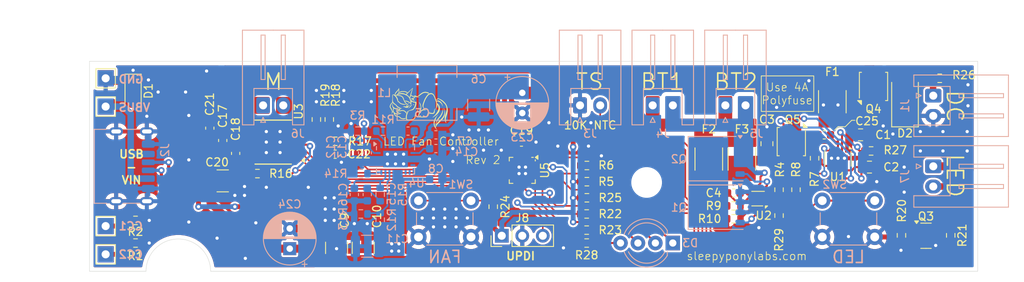
<source format=kicad_pcb>
(kicad_pcb (version 20240108) (generator "pcbnew") (generator_version "8.0")
  (title_block (title "LED Fan Controller") (date "2024-12-07") (rev "2") (company "Sleepy Pony Labs") (comment 4 "AISLER Project ID: YHUKIBMT"))
  (layers (0 "F.Cu" signal) (31 "B.Cu" signal) (34 "B.Paste" user) (35 "F.Paste" user) (36 "B.SilkS" user "B.Silkscreen") (37 "F.SilkS" user "F.Silkscreen") (38 "B.Mask" user) (39 "F.Mask" user) (44 "Edge.Cuts" user))
  (net 0 "")
  (net 1 "GND")
  (net 2 "VIN")
  (net 3 "VCC")
  (net 4 "+BATT")
  (net 5 "Net-(U2-BAT)")
  (net 6 "-BATT")
  (net 7 "Net-(C5-Pad1)")
  (net 8 "Net-(U4-BOOT)")
  (net 9 "+8V")
  (net 10 "Net-(U4-VCC)")
  (net 11 "Net-(U4-SS)")
  (net 12 "Net-(C15-Pad1)")
  (net 13 "Net-(U4-COMP)")
  (net 14 "Net-(U3-VCP)")
  (net 15 "Net-(U3-CPL)")
  (net 16 "Net-(U3-CPH)")
  (net 17 "/MCU/VREF")
  (net 18 "/Power Input and Battery/VBUS")
  (net 19 "Net-(D2-K)")
  (net 20 "Net-(D3-RK)")
  (net 21 "+12V")
  (net 22 "Net-(D3-GK)")
  (net 23 "/Power Input and Battery/CC1")
  (net 24 "/Power Input and Battery/CC2")
  (net 25 "/MCU/UPDI")
  (net 26 "Net-(Q1-G)")
  (net 27 "Net-(Q1-D)")
  (net 28 "Net-(Q2-G)")
  (net 29 "/MCU/LED_PWM_IN")
  (net 30 "Net-(Q3-D)")
  (net 31 "/MCU/BOOST_EN")
  (net 32 "Net-(D3-BK)")
  (net 33 "Net-(U1-ISET)")
  (net 34 "Net-(U2-V-)")
  (net 35 "Net-(U4-FSW)")
  (net 36 "Net-(U4-FB)")
  (net 37 "Net-(U4-ILIM)")
  (net 38 "/MCU/~{FAULT}")
  (net 39 "/MCU/IPROPI")
  (net 40 "Net-(R18-Pad1)")
  (net 41 "Net-(U3-IMODE)")
  (net 42 "/MCU/~{LED_R}")
  (net 43 "/MCU/~{LED_G}")
  (net 44 "/MCU/~{FAN_ON}")
  (net 45 "/MCU/~{LED_ON}")
  (net 47 "/MCU/~{SLEEP}")
  (net 48 "/MCU/FAN_PWM_IN1")
  (net 49 "/MCU/FAN_PWM_IN2")
  (net 53 "/MCU/~{LED_B}")
  (net 54 "/Power Input and Battery/BAT1")
  (net 55 "/Power Input and Battery/BAT2")
  (net 57 "/Power Input and Battery/TS")
  (net 58 "/Motor Driver and LED/FAN2")
  (net 59 "/Motor Driver and LED/FAN1")
  (net 60 "/Motor Driver and LED/LED")
  (net 61 "Net-(U1-LDO)")
  (net 62 "Net-(Q5-G)")
  (net 63 "/MCU/CHG_STAT")
  (net 64 "/MCU/~{CHG_EN}")
  (net 65 "Net-(R7-Pad2)")
  (net 66 "Net-(R29-Pad2)")
  (footprint "Resistor_SMD:R_0603_1608Metric" (layer "F.Cu") (at 95 63 90)
    (property "Reference" "R24")
    (property "Value" "150K")
  )
  (footprint "Resistor_SMD:R_0603_1608Metric" (layer "F.Cu") (at 74.7 52.2 -90)
    (property "Reference" "R18")
    (property "Value" "15K")
  )
  (footprint "Resistor_SMD:R_0603_1608Metric" (layer "F.Cu") (at 151.6625 66.55 -90)
    (property "Reference" "R21")
    (property "Value" "330R")
  )
  (footprint "Resistor_SMD:R_0603_1608Metric" (layer "F.Cu") (at 130.4 60.9 90)
    (property "Reference" "R4")
    (property "Value" "15K")
  )
  (footprint "Package_DFN_QFN:VQFN-20-1EP_3x3mm_P0.4mm_EP1.7x1.7mm" (layer "F.Cu") (at 98.6 58.5 -90)
    (property "Reference" "U5")
    (property "Value" "ATtiny1616-M")
  )
  (footprint "Resistor_SMD:R_0603_1608Metric" (layer "F.Cu") (at 75.425 54.9)
    (property "Reference" "R17")
    (property "Value" "1K2")
  )
  (footprint "Capacitor_SMD:C_0603_1608Metric" (layer "F.Cu") (at 75.425 56.5)
    (property "Reference" "C22")
    (property "Value" "100nF")
  )
  (footprint "Resistor_SMD:R_0603_1608Metric" (layer "F.Cu") (at 130.4 64.1 90)
    (property "Reference" "R29")
    (property "Value" "1K2")
  )
  (footprint "TestPoint:TestPoint_THTPad_2.0x2.0mm_Drill1.0mm" (layer "F.Cu") (at 47 68.9)
    (property "Reference" "P3" (hide yes))
    (property "Value" "CC2")
  )
  (footprint "Capacitor_SMD:C_0603_1608Metric" (layer "F.Cu") (at 136 54.1)
    (property "Reference" "C25")
    (property "Value" "100nF")
  )
  (footprint "Resistor_SMD:R_0603_1608Metric" (layer "F.Cu") (at 106.575 65.9)
    (property "Reference" "R23")
    (property "Value" "330R")
  )
  (footprint "Capacitor_SMD:C_0805_2012Metric" (layer "F.Cu") (at 140.5 54.1)
    (property "Reference" "C1")
    (property "Value" "1uF")
  )
  (footprint "slp_logo:sleepylogo_10mm" (layer "F.Cu") (at 85.9 50.6)
    (property "Reference" "G***" (hide yes))
    (property "Value" "LOGO" (hide yes))
  )
  (footprint "Capacitor_SMD:C_0805_2012Metric" (layer "F.Cu") (at 141.6 58.1)
    (property "Reference" "C2")
    (property "Value" "1uF")
  )
  (footprint "Diode_SMD:D_SOD-123F" (layer "F.Cu") (at 50.4 48.8 -90)
    (property "Reference" "D1")
    (property "Value" "SMF6.5CA")
  )
  (footprint "Resistor_SMD:R_0603_1608Metric" (layer "F.Cu") (at 73.1 52.2 90)
    (property "Reference" "R19")
    (property "Value" "47K")
  )
  (footprint "Capacitor_SMD:C_0603_1608Metric" (layer "F.Cu") (at 98.5 55)
    (property "Reference" "C19")
    (property "Value" "100nF")
  )
  (footprint "TestPoint:TestPoint_THTPad_2.0x2.0mm_Drill1.0mm" (layer "F.Cu") (at 47 47.1)
    (property "Reference" "P4" (hide yes))
    (property "Value" "GND")
  )
  (footprint "Resistor_SMD:R_0603_1608Metric" (layer "F.Cu") (at 106.575 67.5)
    (property "Reference" "R28")
    (property "Value" "330R")
  )
  (footprint "fan_charger:VSON-8_3.3x3.3mm_P0.65mm_NexFET" (layer "F.Cu") (at 142.09 48.11 90)
    (property "Reference" "Q4")
    (property "Value" "DOZ40P02")
  )
  (footprint "TestPoint:TestPoint_THTPad_2.0x2.0mm_Drill1.0mm" (layer "F.Cu") (at 47 65.4)
    (property "Reference" "P2" (hide yes))
    (property "Value" "CC1")
  )
  (footprint "Resistor_SMD:R_0603_1608Metric" (layer "F.Cu") (at 106.6 61.9)
    (property "Reference" "R25")
    (property "Value" "150K")
  )
  (footprint "Package_SON:WSON-6_1.5x1.5mm_P0.5mm" (layer "F.Cu") (at 127.8 62 180)
    (property "Reference" "U2")
    (property "Value" "BQ29701DSE")
  )
  (footprint "Resistor_SMD:R_0603_1608Metric" (layer "F.Cu") (at 124.8 64.5 180)
    (property "Reference" "R10")
    (property "Value" "2K2")
  )
  (footprint "Fuse:Fuse_1812_4532Metric" (layer "F.Cu") (at 121.7 57.1 90)
    (property "Reference" "F2")
    (property "Value" "4A")
  )
  (footprint "Resistor_SMD:R_0603_1608Metric" (layer "F.Cu") (at 50.7 67.5)
    (property "Reference" "R1")
    (property "Value" "5K1")
  )
  (footprint "Capacitor_SMD:C_0805_2012Metric" (layer "F.Cu") (at 128.9 55.2 90)
    (property "Reference" "C3")
    (property "Value" "1uF")
  )
  (footprint "Resistor_SMD:R_0603_1608Metric" (layer "F.Cu") (at 50.7 64.7)
    (property "Reference" "R2")
    (property "Value" "5K1")
  )
  (footprint "Resistor_SMD:R_0603_1608Metric" (layer "F.Cu") (at 106.6 59.9 180)
    (property "Reference" "R5")
    (property "Value" "15K")
  )
  (footprint "Resistor_SMD:R_0603_1608Metric" (layer "F.Cu") (at 134.8 57 -90)
    (property "Reference" "R7")
    (property "Value" "20K")
  )
  (footprint "Fuse:Fuse_1812_4532Metric" (layer "F.Cu") (at 137 50 -90)
    (property "Reference" "F1")
    (property "Value" "4A")
  )
  (footprint "TestPoint:TestPoint_THTPad_2.0x2.0mm_Drill1.0mm" (layer "F.Cu") (at 47 50.6)
    (property "Reference" "P1" (hide yes))
    (property "Value" "VBUS")
  )
  (footprint "MountingHole:MountingHole_3.2mm_M3" (layer "F.Cu") (at 114 60)
    (property "Reference" "H1" (hide yes))
    (property "Value" "MountingHole")
  )
  (footprint "Resistor_SMD:R_0603_1608Metric" (layer "F.Cu") (at 145.5625 66.55 -90)
    (property "Reference" "R20")
    (property "Value" "15K")
  )
  (footprint "Resistor_SMD:R_0603_1608Metric" (layer "F.Cu") (at 106.575 63.9)
    (property "Reference" "R22")
    (property "Value" "330R")
  )
  (footprint "Capacitor_SMD:C_1210_3225Metric" (layer "F.Cu") (at 61.5 59.8)
    (property "Reference" "C20")
    (property "Value" "22uF")
  )
  (footprint "Fuse:Fuse_1812_4532Metric" (layer "F.Cu") (at 125.8 57.1 90)
    (property "Reference" "F3")
    (property "Value" "4A")
  )
  (footprint "Package_TO_SOT_SMD:SOT-23" (layer "F.Cu") (at 148.6 66.6)
    (property "Reference" "Q3")
    (property "Value" "2300")
  )
  (footprint "Package_SON:WSON-10-1EP_2x3mm_P0.5mm_EP0.84x2.4mm" (layer "F.Cu") (at 137.7 57 -90)
    (property "Reference" "U1")
    (property "Value" "BQ25060DQC")
  )
  (footprint "fan_charger:VSON-8_3.3x3.3mm_P0.65mm_NexFET" (layer "F.Cu") (at 131.93 54.94 -90)
    (property "Reference" "Q5")
    (property "Value" "DOZ40P02")
  )
  (footprint "Resistor_SMD:R_0603_1608Metric" (layer "F.Cu") (at 132.5 60.9 -90)
    (property "Reference" "R8")
    (property "Value" "6K8")
  )
  (footprint "Capacitor_SMD:C_0603_1608Metric" (layer "F.Cu") (at 59.9 53.275 90)
    (property "Reference" "C21")
    (property "Value" "100nF")
  )
  (footprint "Diode_SMD:D_SMA" (layer "F.Cu") (at 146 49.6 90)
    (property "Reference" "D2")
    (property "Value" "SS34")
  )
  (footprint "Resistor_SMD:R_0603_1608Metric" (layer "F.Cu") (at 124.8 62.9)
    (property "Reference" "R9")
    (property "Value" "330R")
  )
  (footprint "Capacitor_SMD:C_0603_1608Metric" (layer "F.Cu") (at 61.5 54.8 90)
    (property "Reference" "C17")
    (property "Value" "100nF")
  )
  (footprint "Resistor_SMD:R_0603_1608Metric" (layer "F.Cu") (at 106.6 57.9 180)
    (property "Reference" "R6")
    (property "Value" "10K")
  )
  (footprint "Capacitor_SMD:C_1210_3225Metric" (layer "F.Cu") (at 75.6 68.1 90)
    (property "Reference" "C9")
    (property "Value" "22uF")
  )
  (footprint "Connector_PinHeader_2.54mm:PinHeader_1x03_P2.54mm_Vertical" (layer "F.Cu") (at 96.06 66.6 90)
    (property "Reference" "J8")
    (property "Value" "UPDI")
  )
  (footprint "Resistor_SMD:R_0603_1608Metric" (layer "F.Cu") (at 141.8 56.1 180)
    (property "Reference" "R27")
    (property "Value" "10K")
  )
  (footprint "Capacitor_SMD:C_1210_3225Metric" (layer "F.Cu") (at 78.9 68.1 90)
    (property "Reference" "C10")
    (property "Value" "22uF")
  )
  (footprint "Package_SO:TSSOP-16-1EP_4.4x5mm_P0.65mm" (layer "F.Cu") (at 67.75 55 180)
    (property "Reference" "U3")
    (property "Value" "DRV8876PWP")
  )
  (footprint "Resistor_SMD:R_0603_1608Metric" (layer "F.Cu") (at 65.8 58.9)
    (property "Reference" "R16")
    (property "Value" "15K")
  )
  (footprint "Resistor_SMD:R_0603_1608Metric" (layer "F.Cu") (at 150.3 47.1 180)
    (property "Reference" "R26")
    (property "Value" "150K")
  )
  (footprint "Capacitor_SMD:C_0603_1608Metric" (layer "F.Cu") (at 124.8 61.3)
    (property "Reference" "C4")
    (property "Value" "100nF")
  )
  (footprint "Capacitor_SMD:C_0603_1608Metric" (layer "F.Cu") (at 63.1 56.4 -90)
    (property "Reference" "C18")
    (property "Value" "22nF")
  )
  (footprint "Connector_JST:JST_XH_S2B-XH-A_1x02_P2.50mm_Horizontal" (layer "B.Cu") (at 66.5 50.45)
    (property "Reference" "J6")
    (property "Value" "FAN")
  )
  (footprint "Capacitor_SMD:C_0603_1608Metric" (layer "B.Cu") (at 77.8 56.325 -90)
    (property "Reference" "C12")
    (property "Value" "1uF")
  )
  (footprint "Capacitor_SMD:C_0603_1608Metric" (layer "B.Cu") (at 87.9 59.6)
    (property "Reference" "C8")
    (property "Value" "1uF")
  )
  (footprint "Resistor_SMD:R_0603_1608Metric" (layer "B.Cu") (at 78.2 53.64 180)
    (property "Reference" "R3")
    (property "Value" "15K")
  )
  (footprint "Resistor_SMD:R_0603_1608Metric" (layer "B.Cu") (at 81.35 53.64 180)
    (property "Reference" "R11")
    (property "Value" "255K")
  )
  (footprint "Capacitor_SMD:C_0603_1608Metric" (layer "B.Cu") (at 79.4 56.325 -90)
    (property "Reference" "C13")
    (property "Value" "1uF")
  )
  (footprint "Package_DFN_QFN:PQFN-8-EP_6x5mm_P1.27mm_Generic" (layer "B.Cu") (at 122.85 57.05 180)
    (property "Reference" "Q2")
    (property "Value" "MOT3145G")
  )
  (footprint "Capacitor_SMD:C_0603_1608Metric" (layer "B.Cu") (at 87.9 55.8)
    (property "Reference" "C14")
    (property "Value" "47nF")
  )
  (footprint "Capacitor_THT:CP_Radial_D6.3mm_P2.50mm" (layer "B.Cu") (at 69.8 68.2 90)
    (property "Reference" "C24")
    (property "Value" "100uF")
  )
  (footprint "Resistor_SMD:R_0603_1608Metric" (layer "B.Cu") (at 78.6 63.9 180)
    (property "Reference" "R13")
    (property "Value" "120K")
  )
  (footprint "Connector_JST:JST_XH_S2B-XH-A_1x02_P2.50mm_Horizontal" (layer "B.Cu") (at 105.75 50.45)
    (property "Reference" "J3")
    (property "Value" "NTC")
  )
  (footprint "LED_THT:LED_D5.0mm-4_RGB_Wide_Pins" (layer "B.Cu") (at 117.24 67.5 180)
    (property "Reference" "D3")
    (property "Value" "LED_RAGB")
  )
  (footprint "Connector_JST:JST_XH_S2B-XH-A_1x02_P2.50mm_Horizontal" (layer "B.Cu") (at 123.75 50.45)
    (property "Reference" "J5")
    (property "Value" "BAT")
  )
  (footprint "Connector_JST:JST_XH_S2B-XH-A_1x02_P2.50mm_Horizontal" (layer "B.Cu") (at 149.5 58 -90)
    (property "Reference" "J7")
    (property "Value" "LED")
  )
  (footprint "Resistor_SMD:R_0603_1608Metric" (layer "B.Cu") (at 81 61.5 -90)
    (property "Reference" "R15")
    (property "Value" "15K")
  )
  (footprint "Inductor_SMD:L_Abracon_ASPI-0630LR" (layer "B.Cu") (at 86.8 48.9 180)
    (property "Reference" "L1")
    (property "Value" "2u2H")
  )
  (footprint "Capacitor_SMD:C_0603_1608Metric" (layer "B.Cu") (at 84.45 53.64)
    (property "Reference" "C5")
    (property "Value" "100nF")
  )
  (footprint "fan_charger:USB_C_Receptacle_HRO_TYPE-C-31-M-17" (layer "B.Cu") (at 49.1 58 90)
    (property "Reference" "J2")
    (property "Value" "USB_C_Receptacle_6P")
  )
  (footprint "Package_DFN_QFN:PQFN-8-EP_6x5mm_P1.27mm_Generic" (layer "B.Cu") (at 122.85 63.06 180)
    (property "Reference" "Q1")
    (property "Value" "MOT3145G")
  )
  (footprint "Button_Switch_THT:SW_PUSH_6mm" (layer "B.Cu") (at 142.25 62.25 180)
    (property "Reference" "SW2")
    (property "Value" "LED_ON")
  )
  (footprint "Capacitor_THT:CP_Radial_D6.3mm_P2.50mm" (layer "B.Cu") (at 98.6 48.9 -90)
    (property "Reference" "C23")
    (property "Value" "100uF")
  )
  (footprint "Package_DFN_QFN:Texas_VQFN-RHL-20" (layer "B.Cu") (at 82.9 57.1 -90)
    (property "Reference" "U4")
    (property "Value" "TPS61088RHL")
  )
  (footprint "Capacitor_SMD:C_0603_1608Metric" (layer "B.Cu") (at 79.4 61.5 -90)
    (property "Reference" "C15")
    (property "Value" "2n2F")
  )
  (footprint "Capacitor_SMD:C_0603_1608Metric" (layer "B.Cu") (at 87.9 54.1)
    (property "Reference" "C7")
    (property "Value" "100nF")
  )
  (footprint "Button_Switch_THT:SW_PUSH_6mm" (layer "B.Cu") (at 92.25 62.25 180)
    (property "Reference" "SW1")
    (property "Value" "FAN_ON")
  )
  (footprint "Capacitor_SMD:C_1210_3225Metric" (layer "B.Cu") (at 93.2 50.4 -90)
    (property "Reference" "C6")
    (property "Value" "22uF")
  )
  (footprint "Capacitor_SMD:C_1210_3225Metric" (layer "B.Cu") (at 79.4 67.9 180)
    (property "Reference" "C11")
    (property "Value" "22uF")
  )
  (footprint "Connector_JST:JST_XH_S2B-XH-A_1x02_P2.50mm_Horizontal" (layer "B.Cu") (at 114.75 50.45)
    (property "Reference" "J4")
    (property "Value" "BAT")
  )
  (footprint "Capacitor_SMD:C_0603_1608Metric" (layer "B.Cu") (at 77.8 61.5 -90)
    (property "Reference" "C16")
    (property "Value" "100pF")
  )
  (footprint "Resistor_SMD:R_0603_1608Metric" (layer "B.Cu") (at 78.6 58.9 180)
    (property "Reference" "R14")
    (property "Value" "150K")
  )
  (footprint "Resistor_SMD:R_0603_1608Metric" (layer "B.Cu") (at 81 64.625 90)
    (property "Reference" "R12")
    (property "Value" "680K")
  )
  (footprint "Connector_JST:JST_XH_S2B-XH-A_1x02_P2.50mm_Horizontal" (layer "B.Cu") (at 149.5 49.25 -90)
    (property "Reference" "J1")
    (property "Value" "PWR_JACK")
  )
  (gr_rect (start 128.2 46.8) (end 134.7 51.2) (stroke (width 0.1)) (fill none) (layer "F.SilkS"))
  (gr_line (start 138.6 53.1) (end 137.7 53.1) (stroke (width 0.1)) (layer "F.SilkS"))
  (gr_line (start 138.6 53.1) (end 139.4 52.3) (stroke (width 0.1)) (layer "F.SilkS"))
  (gr_line (start 139.4 52.3) (end 139.8 52.3) (stroke (width 0.1)) (layer "F.SilkS"))
  (gr_line (start 137.7 53.1) (end 137.3 53.5) (stroke (width 0.1)) (layer "F.SilkS"))
  (gr_line (start 45 71) (end 52 71) (stroke (width 0.05)) (layer "Edge.Cuts"))
  (gr_line (start 155 71) (end 155 45) (stroke (width 0.05)) (layer "Edge.Cuts"))
  (gr_arc (start 52 71) (mid 56 67) (end 60 71) (stroke (width 0.05)) (layer "Edge.Cuts"))
  (gr_line (start 60 71) (end 155 71) (stroke (width 0.05)) (layer "Edge.Cuts"))
  (gr_line (start 155 45) (end 45 45) (stroke (width 0.05)) (layer "Edge.Cuts"))
  (gr_line (start 45 45) (end 45 71) (stroke (width 0.05)) (layer "Edge.Cuts"))
  (gr_text "VBUS" (at 48.5 51.3 0) (layer "B.SilkS") (effects (font (size 1 1) (thickness 0.2) (bold yes)) (justify right bottom mirror)))
  (gr_text "GND" (at 48.5 47.8 0) (layer "B.SilkS") (effects (font (size 1 1) (thickness 0.2) (bold yes)) (justify right bottom mirror)))
  (gr_text "FAN" (at 89 70.1 0) (layer "B.SilkS") (effects (font (size 1.5 1.5) (thickness 0.2)) (justify bottom mirror)))
  (gr_text "LED" (at 139 70.1 0) (layer "B.SilkS") (effects (font (size 1.5 1.5) (thickness 0.2)) (justify bottom mirror)))
  (gr_text "CC1" (at 48.5 66 0) (layer "B.SilkS") (effects (font (size 1 1) (thickness 0.2) (bold yes)) (justify right bottom mirror)))
  (gr_text "CC2" (at 48.5 69.5 0) (layer "B.SilkS") (effects (font (size 1 1) (thickness 0.2) (bold yes)) (justify right bottom mirror)))
  (gr_text "USB\n-\nVIN" (at 50.2 60.3 0) (layer "F.SilkS") (effects (font (size 1 1) (thickness 0.2) (bold yes)) (justify bottom)))
  (gr_text "LED" (at 151 56.3 -90) (layer "F.SilkS") (effects (font (size 2 2) (thickness 0.2)) (justify left bottom)))
  (gr_text "sleepyponylabs.com" (at 118.9 69.7 0) (layer "F.SilkS") (effects (font (size 1 1) (thickness 0.1)) (justify left bottom)))
  (gr_text "10K NTC" (at 107 53.5 0) (layer "F.SilkS") (effects (font (size 1 1)) (justify bottom)))
  (gr_text "UPDI" (at 96.5 69.7 0) (layer "F.SilkS") (effects (font (size 1 1) (thickness 0.2) (bold yes)) (justify left bottom)))
  (gr_text "DC" (at 151 48.4 -90) (layer "F.SilkS") (effects (font (size 2 2) (thickness 0.2)) (justify left bottom)))
  (gr_text "M" (at 66.5 48.7 0) (layer "F.SilkS") (effects (font (size 2 2) (thickness 0.2)) (justify left bottom)))
  (gr_text "TS" (at 105.1 48.7 0) (layer "F.SilkS") (effects (font (size 2 2) (thickness 0.2)) (justify left bottom)))
  (gr_text "Use 4A\nPolyfuse" (at 131.4 50.4 0) (layer "F.SilkS") (effects (font (size 1 1) (thickness 0.1)) (justify bottom)))
  (gr_text "LED Fan Controller" (at 81.3 55.5 0) (layer "F.SilkS") (effects (font (size 1 1) (thickness 0.1)) (justify left bottom)))
  (gr_text "BT2" (at 122.2 48.7 0) (layer "F.SilkS") (effects (font (size 2 2) (thickness 0.2)) (justify left bottom)))
  (gr_text "BT1" (at 113.1 48.7 0) (layer "F.SilkS") (effects (font (size 2 2) (thickness 0.2)) (justify left bottom)))
  (gr_text "Rev 2" (at 91.5 57.8 0) (layer "F.SilkS") (effects (font (size 1 1) (thickness 0.1)) (justify left bottom)))
  (segment (start 137.7 56.05) (end 137.7 55.3) (width 0.25) (layer "F.Cu") (net 1))
  (segment (start 51.525 64.7) (end 52.4 64.7) (width 0.6) (layer "F.Cu") (net 1))
  (segment (start 98.6 56.1) (end 99.275 55.425) (width 0.2) (layer "F.Cu") (net 1))
  (segment (start 124.3 65.6) (end 123.975 65.275) (width 0.2) (layer "F.Cu") (net 1))
  (segment (start 76.25 54.9) (end 76.25 56.45) (width 0.6) (layer "F.Cu") (net 1))
  (segment (start 143.75 66.75) (end 142.25 66.75) (width 0.6) (layer "F.Cu") (net 1))
  (segment (start 76.25 56.45) (end 76.2 56.5) (width 0.6) (layer "F.Cu") (net 1))
  (segment (start 78.9 66.625) (end 75.6 66.625) (width 1) (layer "F.Cu") (net 1))
  (segment (start 137.7 55.3) (end 136.775 54.375) (width 0.25) (layer "F.Cu") (net 1))
  (segment (start 98.6 57.05) (end 98.6 57.7) (width 0.2) (layer "F.Cu") (net 1))
  (segment (start 47.3 47.4) (end 50.4 47.4) (width 1) (layer "F.Cu") (net 1))
  (segment (start 76.2 56.5) (end 76.2 57.5) (width 0.6) (layer "F.Cu") (net 1))
  (segment (start 128.9 53.1) (end 128.9 54.25) (width 0.4) (layer "F.Cu") (net 1))
  (segment (start 149.5 51.8) (end 149.55 51.75) (width 0.8) (layer "F.Cu") (net 1))
  (segment (start 147.6625 67.55) (end 146.45 67.55) (width 0.6) (layer "F.Cu") (net 1))
  (segment (start 98.6 57.05) (end 98.6 56.1) (width 0.2) (layer "F.Cu") (net 1))
  (segment (start 127.9 65.6) (end 128.65 65.6) (width 0.2) (layer "F.Cu") (net 1))
  (segment (start 99.275 55.425) (end 99.275 55) (width 0.2) (layer "F.Cu") (net 1))
  (segment (start 136.775 54.375) (end 136.775 54.1) (width 0.25) (layer "F.Cu") (net 1))
  (segment (start 151.125 47.1) (end 153 47.1) (width 0.4) (layer "F.Cu") (net 1))
  (segment (start 146.275 67.375) (end 145.5625 67.375) (width 0.6) (layer "F.Cu") (net 1))
  (segment (start 98.6 57.7) (end 99 58.1) (width 0.2) (layer "F.Cu") (net 1))
  (segment (start 99.275 55) (end 100.3 55) (width 0.4) (layer "F.Cu") (net 1))
  (segment (start 73.225 66.625) (end 72.3 65.7) (width 1) (layer "F.Cu") (net 1))
  (segment (start 108.1 57.9) (end 107.425 57.9) (width 0.4) (layer "F.Cu") (net 1))
  (segment (start 108.4 57.6) (end 108.1 57.9) (width 0.4) (layer "F.Cu") (net 1))
  (segment (start 75.775 53.025) (end 75.8 53) (width 0.25) (layer "F.Cu") (net 1))
  (segment (start 137.7 56.05) (end 137.7 57) (width 0.25) (layer "F.Cu") (net 1))
  (segment (start 75.6 66.625) (end 73.225 66.625) (width 1) (layer "F.Cu") (net 1))
  (segment (start 144.375 67.375) (end 143.75 66.75) (width 0.6) (layer "F.Cu") (net 1))
  (segment (start 146.45 67.55) (end 146.275 67.375) (width 0.6) (layer "F.Cu") (net 1))
  (segment (start 74.7 53.025) (end 75.775 53.025) (width 0.6) (layer "F.Cu") (net 1))
  (segment (start 129.325 64.925) (end 130.4 64.925) (width 0.2) (layer "F.Cu") (net 1))
  (segment (start 51.525 67.5) (end 52.4 67.5) (width 0.6) (layer "F.Cu") (net 1))
  (segment (start 145.5625 67.375) (end 144.375 67.375) (width 0.6) (layer "F.Cu") (net 1))
  (segment (start 153 47.1) (end 153.8 47.9) (width 0.4) (layer "F.Cu") (net 1))
  (segment (start 72.3 65.7) (end 69.8 65.7) (width 1) (layer "F.Cu") (net 1))
  (segment (start 144.8 57) (end 145.9 58.1) (width 0.4) (layer "F.Cu") (net 1))
  (segment (start 123.975 65.275) (end 123.975 64.5) (width 0.2) (layer "F.Cu") (net 1))
  (segment (start 127.9 65.6) (end 124.3 65.6) (width 0.2) (layer "F.Cu") (net 1))
  (segment (start 108.4 56.7) (end 108.4 57.6) (width 0.4) (layer "F.Cu") (net 1))
  (segment (start 128.65 65.6) (end 129.325 64.925) (width 0.2) (layer "F.Cu") (net 1))
  (segment (start 47 47.1) (end 47.3 47.4) (width 1) (layer "F.Cu") (net 1))
  (segment (start 138.5 57) (end 144.8 57) (width 0.4) (layer "F.Cu") (net 1))
  (via (at 153.7 53.7) (size 0.8) (drill 0.4) (layers "F.Cu" "B.Cu") (net 1))
  (via (at 66.9 56.3) (size 0.8) (drill 0.4) (layers "F.Cu" "B.Cu") (net 1))
  (via (at 135.9 50.4) (size 0.8) (drill 0.4) (layers "F.Cu" "B.Cu") (net 1))
  (via (at 130.1 50.7) (size 0.8) (drill 0.4) (layers "F.Cu" "B.Cu") (net 1))
  (via (at 90.4 65.5) (size 0.8) (drill 0.4) (layers "F.Cu" "B.Cu") (net 1))
  (via (at 52.3 47.3) (size 0.8) (drill 0.4) (layers "F.Cu" "B.Cu") (net 1))
  (via (at 79.9 48.6) (size 0.8) (drill 0.4) (layers "F.Cu" "B.Cu") (net 1))
  (via (at 145.9 58.1) (size 0.8) (drill 0.4) (layers "F.Cu" "B.Cu") (net 1))
  (via (at 90 55.8) (size 0.8) (drill 0.4) (layers "F.Cu" "B.Cu") (net 1))
  (via (at 82.9 57.7) (size 0.8) (drill 0.4) (layers "F.Cu" "B.Cu") (net 1))
  (via (at 145.5 68.4) (size 0.8) (drill 0.4) (layers "F.Cu" "B.Cu") (net 1))
  (via (at 79.4 65.1) (size 0.8) (drill 0.4) (layers "F.Cu" "B.Cu") (net 1))
  (via (at 87.6 65.5) (size 0.8) (drill 0.4) (layers "F.Cu" "B.Cu") (net 1))
  (via (at 83.9 57.7) (size 0.8) (drill 0.4) (layers "F.Cu" "B.Cu") (net 1))
  (via (at 68.6 56.3) (size 0.8) (drill 0.4) (layers "F.Cu" "B.Cu") (net 1))
  (via (at 93.2 53.5) (size 0.8) (drill 0.4) (layers "F.Cu" "B.Cu") (net 1))
  (via (at 134.1 47.4) (size 0.8) (drill 0.4) (layers "F.Cu" "B.Cu") (net 1))
  (via (at 87.6 64.4) (size 0.8) (drill 0.4) (layers "F.Cu" "B.Cu") (net 1))
  (via (at 144.5 54) (size 0.8) (drill 0.4) (layers "F.Cu" "B.Cu") (net 1))
  (via (at 60.8 66.9) (size 0.8) (drill 0.4) (layers "F.Cu" "B.Cu") (net 1))
  (via (at 101.9 52.6) (size 0.8) (drill 0.4) (layers "F.Cu" "B.Cu") (net 1))
  (via (at 98.2 58.9) (size 0.8) (drill 0.4) (layers "F.Cu" "B.Cu") (net 1))
  (via (at 98.2 58.1) (size 0.8) (drill 0.4) (layers "F.Cu" "B.Cu") (net 1))
  (via (at 127.9 65.6) (size 0.8) (drill 0.4) (layers "F.Cu" "B.Cu") (net 1))
  (via (at 137.7 57) (size 0.8) (drill 0.4) (layers "F.Cu" "B.Cu") (net 1))
  (via (at 81.9 56.5) (size 0.8) (drill 0.4) (layers "F.Cu" "B.Cu") (net 1))
  (via (at 66.9 53.7) (size 0.8) (drill 0.4) (layers "F.Cu" "B.Cu") (net 1))
  (via (at 147.9 56.1) (size 0.8) (drill 0.4) (layers "F.Cu" "B.Cu") (net 1))
  (via (at 100.3 55) (size 0.8) (drill 0.4) (layers "F.Cu" "B.Cu") (net 1))
  (via (at 74.2 63.3) (size 0.8) (drill 0.4) (layers "F.Cu" "B.Cu") (net 1))
  (via (at 128.9 53.1) (size 0.8) (drill 0.4) (layers "F.Cu" "B.Cu") (net 1))
  (via (at 52.1 51.8) (size 0.8) (drill 0.4) (layers "F.Cu" "B.Cu") (net 1))
  (via (at 153.7 56.1) (size 0.8) (drill 0.4) (layers "F.Cu" "B.Cu") (net 1))
  (via (at 66.9 60.6) (size 0.8) (drill 0.4) (layers "F.Cu" "B.Cu") (net 1))
  (via (at 87.1 57.1) (size 0.8) (drill 0.4) (layers "F.Cu" "B.Cu") (net 1))
  (via (at 91.8 64.4) (size 0.8) (drill 0.4) (layers "F.Cu" "B.Cu") (net 1))
  (via (at 75.3 64.7) (size 0.8) (drill 0.4) (layers "F.Cu" "B.Cu") (net 1))
  (via (at 75.3 61.9) (size 0.8) (drill 0.4) (layers "F.Cu" "B.Cu") (net 1))
  (via (at 89 63.3) (size 0.8) (drill 0.4) (layers "F.Cu" "B.Cu") (net 1))
  (via (at 82.9 56.5) (size 0.8) (drill 0.4) (layers "F.Cu" "B.Cu") (net 1))
  (via (at 99 58.9) (size 0.8) (drill 0.4) (layers "F.Cu" "B.Cu") (net 1))
  (via (at 86.2 64.4) (size 0.8) (drill 0.4) (layers "F.Cu" "B.Cu") (net 1))
  (via (at 103 55.5) (size 0.8) (drill 0.4) (layers "F.Cu" "B.Cu") (net 1))
  (via (at 72.1 60.6) (size 0.8) (drill 0.4) (layers "F.Cu" "B.Cu") (net 1))
  (via (at 76.5 50) (size 0.8) (drill 0.4) (layers "F.Cu" "B.Cu") (net 1))
  (via (at 77.8 65.1) (size 0.8) (drill 0.4) (layers "F.Cu" "B.Cu") (net 1))
  (via (at 149.8 67.8) (size 0.8) (drill 0.4) (layers "F.Cu" "B.Cu") (net 1))
  (via (at 89 65.5) (size 0.8) (drill 0.4) (layers "F.Cu" "B.Cu") (net 1))
  (via (at 150.7 53.7) (size 0.8) (drill 0.4) (layers "F.Cu" "B.Cu") (net 1))
  (via (at 68.6 53.7) (size 0.8) (drill 0.4) (layers "F.Cu" "B.Cu") (net 1))
  (via (at 90.4 64.4) (size 0.8) (drill 0.4) (layers "F.Cu" "B.Cu") (net 1))
  (via (at 76.5 48.6) (size 0.8) (drill 0.4) (layers "F.Cu" "B.Cu") (net 1))
  (via (at 92 53.5) (size 0.8) (drill 0.4) (layers "F.Cu" "B.Cu") (net 1))
  (via (at 50.4 46.1) (size 0.8) (drill 0.4) (layers "F.Cu" "B.Cu") (net 1))
  (via (at 137.7 50.4) (size 0.8) (drill 0.4) (layers "F.Cu" "B.Cu") (net 1))
  (via (at 89 64.4) (size 0.8) (drill 0.4) (layers "F.Cu" "B.Cu") (net 1))
  (via (at 76.2 57.5) (size 0.8) (drill 0.4) (layers "F.Cu" "B.Cu") (net 1))
  (via (at 65.6 65) (size 0.8) (drill 0.4) (layers "F.Cu" "B.Cu") (net 1))
  (via (at 99 58.1) (size 0.8) (drill 0.4) (layers "F.Cu" "B.Cu") (net 1))
  (via (at 90 54.1) (size 0.8) (drill 0.4) (layers "F.Cu" "B.Cu") (net 1))
  (via (at 77.4 52.7) (size 0.8) (drill 0.4) (layers "F.Cu" "B.Cu") (net 1))
  (via (at 52.4 67.5) (size 0.8) (drill 0.4) (layers "F.Cu" "B.Cu") (net 1))
  (via (at 94.4 53.5) (size 0.8) (drill 0.4) (layers "F.Cu" "B.Cu") (net 1))
  (via (at 79.9 50) (size 0.8) (drill 0.4) (layers "F.Cu" "B.Cu") (net 1))
  (via (at 107.1 52.6) (size 0.8) (drill 0.4) (layers "F.Cu" "B.Cu") (net 1))
  (via (at 145.9 61.2) (size 0.8) (drill 0.4) (layers "F.Cu" "B.Cu") (net 1))
  (via (at 139 66.7) (size 0.8) (drill 0.4) (layers "F.Cu" "B.Cu") (net 1))
  (via (at 57.3 57.2) (size 0.8) (drill 0.4) (layers "F.Cu" "B.Cu") (net 1))
  (via (at 108.4 56.7) (size 0.8) (drill 0.4) (layers "F.Cu" "B.Cu") (net 1))
  (via (at 90 57.4) (size 0.8) (drill 0.4) (layers "F.Cu" "B.Cu") (net 1))
  (via (at 66.9 55) (size 0.8) (drill 0.4) (layers "F.Cu" "B.Cu") (net 1))
  (via (at 136.9 57) (size 0.8) (drill 0.4) (layers "F.Cu" "B.Cu") (net 1))
  (via (at 64.2 61.6) (size 0.8) (drill 0.4) (layers "F.Cu" "B.Cu") (net 1))
  (via (at 75.6 68.2) (size 0.8) (drill 0.4) (layers "F.Cu" "B.Cu") (net 1))
  (via (at 74.2 61.9) (size 0.8) (drill 0.4) (layers "F.Cu" "B.Cu") (net 1))
  (via (at 91.1 51.9) (size 0.8) (drill 0.4) (layers "F.Cu" "B.Cu") (net 1))
  (via (at 143.3 53) (size 0.8) (drill 0.4) (layers "F.Cu" "B.Cu") (net 1))
  (via (at 83.9 56.5) (size 0.8) (drill 0.4) (layers "F.Cu" "B.Cu") (net 1))
  (via (at 87.6 63.3) (size 0.8) (drill 0.4) (layers "F.Cu" "B.Cu") (net 1))
  (via (at 93.8 56) (size 0.8) (drill 0.4) (layers "F.Cu" "B.Cu") (net 1))
  (via (at 81.9 57.7) (size 0.8) (drill 0.4) (layers "F.Cu" "B.Cu") (net 1))
  (via (at 153.8 47.9) (size 0.8) (drill 0.4) (layers "F.Cu" "B.Cu") (net 1))
  (via (at 73.1 50) (size 0.8) (drill 0.4) (layers "F.Cu" "B.Cu") (net 1))
  (via (at 103.7 68.1) (size 0.8) (drill 0.4) (layers "F.Cu" "B.Cu") (net 1))
  (via (at 68.6 55) (size 0.8) (drill 0.4) (layers "F.Cu" "B.Cu") (net 1))
  (via (at 63 61.6) (size 0.8) (drill 0.4) (layers "F.Cu" "B.Cu") (net 1))
  (via (at 150.7 56.1) (size 0.8) (drill 0.4) (layers "F.Cu" "B.Cu") (net 1))
  (via (at 106.8 55.5) (size 0.8) (drill 0.4) (layers "F.Cu" "B.Cu") (net 1))
  (via (at 147.9 53.7) (size 0.8) (drill 0.4) (layers "F.Cu" "B.Cu") (net 1))
  (via (at 73.1 48.6) (size 0.8) (drill 0.4) (layers "F.Cu" "B.Cu") (net 1))
  (via (at 59.5 46.2) (size 0.8) (drill 0.4) (layers "F.Cu" "B.Cu") (net 1))
  (via (at 153.8 50.5) (size 0.8) (drill 0.4) (layers "F.Cu" "B.Cu") (net 1))
  (via (at 96 56) (size 0.8) (drill 0.4) (layers "F.Cu" "B.Cu") (net 1))
  (via (at 75.3 63.3) (size 0.8) (drill 0.4) (layers "F.Cu" "B.Cu") (net 1))
  (via (at 142.5 59.9) (size 0.8) (drill 0.4) (layers "F.Cu" "B.Cu") (net 1))
  (via (at 64.2 60.5) (size 0.8) (drill 0.4) (layers "F.Cu" "B.Cu") (net 1))
  (via (at 57.3 51.7) (size 0.8) (drill 0.4) (layers "F.Cu" "B.Cu") (net 1))
  (via (at 75.8 53) (size 0.8) (drill 0.4) (layers "F.Cu" "B.Cu") (net 1))
  (via (at 64.3 69.4) (size 0.8) (drill 0.4) (layers "F.Cu" "B.Cu") (net 1))
  (via (at 56.9 48.8) (size 0.8) (drill 0.4) (layers "F.Cu" "B.Cu") (net 1))
  (via (at 52.4 64.7) (size 0.8) (drill 0.4) (layers "F.Cu" "B.Cu") (net 1))
  (via (at 138.5 57) (size 0.8) (drill 0.4) (layers "F.Cu" "B.Cu") (net 1))
  (via (at 53.5 48.8) (size 0.8) (drill 0.4) (layers "F.Cu" "B.Cu") (net 1))
  (via (at 74.2 64.7) (size 0.8) (drill 0.4) (layers "F.Cu" "B.Cu") (net 1))
  (via (at 90.4 63.3) (size 0.8) (drill 0.4) (layers "F.Cu" "B.Cu") (net 1))
  (via (at 57.3 64.9) (size 0.8) (drill 0.4) (layers "F.Cu" "B.Cu") (net 1))
  (segment (start 77.775 65.125) (end 77.775 65.275) (width 0.8) (layer "B.Cu") (net 1))
  (segment (start 80.75 57.85) (end 81.75 57.85) (width 0.2) (layer "B.Cu") (net 1))
  (segment (start 47 47.1) (end 47.2 47.3) (width 1) (layer "B.Cu") (net 1))
  (segment (start 81.75 57.85) (end 81.9 57.7) (width 0.2) (layer "B.Cu") (net 1))
  (segment (start 77.775 65.275) (end 77.9 65.4) (width 0.8) (layer "B.Cu") (net 1))
  (segment (start 82.625 57.375) (end 79.675 57.375) (width 1.2) (layer "B.Cu") (net 1))
  (segment (start 77.775 63.9) (end 77.775 62.3) (width 0.6) (layer "B.Cu") (net 1))
  (segment (start 77.775 65.075) (end 77.8 65.1) (width 0.8) (layer "B.Cu") (net 1))
  (segment (start 87.1 57.1) (end 82.9 57.1) (width 0.8) (layer "B.Cu") (net 1))
  (segment (start 79.4 62.275) (end 77.8 62.275) (width 0.6) (layer "B.Cu") (net 1))
  (segment (start 52.28 55.25) (end 52.28 53.86) (width 0.8) (layer "B.Cu") (net 1))
  (segment (start 52.28 53.86) (end 52.1 53.68) (width 0.8) (layer "B.Cu") (net 1))
  (segment (start 88.675 55.8) (end 88.675 56.825) (width 0.8) (layer "B.Cu") (net 1))
  (segment (start 47.2 47.3) (end 52.3 47.3) (width 1) (layer "B.Cu") (net 1))
  (segment (start 77.9 65.4) (end 77.9 67.875) (width 0.8) (layer "B.Cu") (net 1))
  (segment (start 77.775 63.9) (end 77.775 65.075) (width 0.8) (layer "B.Cu") (net 1))
  (segment (start 88.675 56.825) (end 88.4 57.1) (width 0.8) (layer "B.Cu") (net 1))
  (segment (start 77.8 65.1) (end 77.775 65.125) (width 0.8) (layer "B.Cu") (net 1))
  (segment (start 77.375 52.725) (end 77.375 53.64) (width 0.6) (layer "B.Cu") (net 1))
  (segment (start 77.775 62.3) (end 77.8 62.275) (width 0.6) (layer "B.Cu") (net 1))
  (segment (start 77.9 67.875) (end 77.925 67.9) (width 0.8) (layer "B.Cu") (net 1))
  (segment (start 88.4 57.1) (end 87.1 57.1) (width 0.8) (layer "B.Cu") (net 1))
  (segment (start 77.4 52.7) (end 77.375 52.725) (width 0.6) (layer "B.Cu") (net 1))
  (segment (start 65.4 62.4) (end 64.8 63) (width 0.6) (layer "F.Cu") (net 3))
  (segment (start 95 63.825) (end 95 65.54) (width 0.6) (layer "F.Cu") (net 3))
  (segment (start 100.6 48.9) (end 98.6 48.9) (width 1.5) (layer "F.Cu") (net 3))
  (segment (start 97.1 55) (end 96.4 54.3) (width 0.6) (layer "F.Cu") (net 3))
  (segment (start 95 65.54) (end 96.06 66.6) (width 0.6) (layer "F.Cu") (net 3))
  (segment (start 138.7 58.4) (end 138.8 58.5) (width 0.25) (layer "F.Cu") (net 3))
  (segment (start 96.4 48.9) (end 98.6 48.9) (width 0.6) (layer "F.Cu") (net 3))
  (segment (start 97.725 55) (end 97.1 55) (width 0.6) (layer "F.Cu") (net 3))
  (segment (start 96.4 54.3) (end 96.4 48.9) (width 0.6) (layer "F.Cu") (net 3))
  (segment (start 112.75 65.15) (end 115.081 67.481) (width 0.25) (layer "F.Cu") (net 3))
  (segment (start 132.26 49.06) (end 131 47.8) (width 1.5) (layer "F.Cu") (net 3))
  (segment (start 133.5 52.1) (end 132.26 52.1) (width 0.25) (layer "F.Cu") (net 3))
  (segment (start 96.4 48.9) (end 94.9 47.4) (width 0.6) (layer "F.Cu") (net 3))
  (segment (start 64.8 63) (end 63 63) (width 0.6) (layer "F.Cu") (net 3))
  (segment (start 101.7 47.8) (end 100.6 48.9) (width 1.5) (layer "F.Cu") (net 3))
  (segment (start 109.55 65.15) (end 112.75 65.15) (width 0.25) (layer "F.Cu") (net 3))
  (segment (start 94.9 47.4) (end 62.4 47.4) (width 0.6) (layer "F.Cu") (net 3))
  (segment (start 138.8 58.5) (end 139.4 58.5) (width 0.25) (layer "F.Cu") (net 3))
  (segment (start 103.1 47.8) (end 101.7 47.8) (width 1.5) (layer "F.Cu") (net 3))
  (segment (start 98.2 56.1) (end 97.725 55.625) (width 0.2) (layer "F.Cu") (net 3))
  (segment (start 105.775 61.9) (end 104.9 61.9) (width 0.4) (layer "F.Cu") (net 3))
  (segment (start 104.9 55.6) (end 104.9 53.5) (width 0.6) (layer "F.Cu") (net 3))
  (segment (start 98.2 57.05) (end 98.2 56.1) (width 0.2) (layer "F.Cu") (net 3))
  (segment (start 64.975 58.9) (end 64.975 59.575) (width 0.6) (layer "F.Cu") (net 3))
  (segment (start 64.975 59.575) (end 65.4 60) (width 0.6) (layer "F.Cu") (net 3))
  (segment (start 105.775 59.9) (end 104.9 59.9) (width 0.4) (layer "F.Cu") (net 3))
  (segment (start 140.6 59.5) (end 140.6 58.15) (width 0.25) (layer "F.Cu") (net 3))
  (segment (start 140.65 58.1) (end 139.8 58.1) (width 0.25) (layer "F.Cu") (net 3))
  (segment (start 62.4 47.4) (end 58.5 51.3) (width 0.6) (layer "F.Cu") (net 3))
  (segment (start 139.8 58.1) (end 139.4 58.5) (width 0.25) (layer "F.Cu") (net 3))
  (segment (start 58.5 51.3) (end 58.5 63) (width 0.6) (layer "F.Cu") (net 3))
  (segment (start 65.4 60) (end 65.4 62.4) (width 0.6) (layer "F.Cu") (net 3))
  (segment (start 115.081 67.481) (end 115.081 67.5) (width 0.25) (layer "F.Cu") (net 3))
  (segment (start 64.975 58.9) (end 64.975 57.275) (width 0.25) (layer "F.Cu") (net 3))
  (segment (start 138.7 57.95) (end 138.7 58.4) (width 0.25) (layer "F.Cu") (net 3))
  (segment (start 104.9 64.9) (end 109.3 64.9) (width 0.25) (layer "F.Cu") (net 3))
  (segment (start 140.6 58.15) (end 140.65 58.1) (width 0.25) (layer "F.Cu") (net 3))
  (segment (start 103.1 51.7) (end 103.1 47.8) (width 0.6) (layer "F.Cu") (net 3))
  (segment (start 97.725 55.625) (end 97.725 55) (width 0.2) (layer "F.Cu") (net 3))
  (segment (start 104.9 53.5) (end 103.1 51.7) (width 0.6) (layer "F.Cu") (net 3))
  (segment (start 132.26 53.04) (end 132.26 52.1) (width 1.5) (layer "F.Cu") (net 3))
  (segment (start 132.26 52.1) (end 132.26 49.06) (width 1.5) (layer "F.Cu") (net 3))
  (segment (start 109.3 64.9) (end 109.55 65.15) (width 0.25) (layer "F.Cu") (net 3))
  (segment (start 131 47.8) (end 103.1 47.8) (width 1.5) (layer "F.Cu") (net 3))
  (via (at 104.9 55.6) (size 0.8) (drill 0.4) (layers "F.Cu" "B.Cu") (net 3))
  (via (at 140.6 59.5) (size 0.8) (drill 0.4) (layers "F.Cu" "B.Cu") (net 3))
  (via (at 63 63) (size 0.8) (drill 0.4) (layers "F.Cu" "B.Cu") (net 3))
  (via (at 104.9 64.9) (size 0.8) (drill 0.4) (layers "F.Cu" "B.Cu") (net 3))
  (via (at 104.9 61.9) (size 0.8) (drill 0.4) (layers "F.Cu" "B.Cu") (net 3))
  (via (at 58.5 63) (size 0.8) (drill 0.4) (layers "F.Cu" "B.Cu") (net 3))
  (via (at 104.9 59.9) (size 0.8) (drill 0.4) (layers "F.Cu" "B.Cu") (net 3))
  (via (at 133.5 52.1) (size 0.8) (drill 0.4) (layers "F.Cu" "B.Cu") (net 3))
  (segment (start 85.775 55.45) (end 87.125 54.1) (width 0.4) (layer "B.Cu") (net 3))
  (segment (start 137.7 54.7) (end 135.1 52.1) (width 0.25) (layer "B.Cu") (net 3))
  (segment (start 96.06 66.6) (end 96.06 64.94) (width 0.6) (layer "B.Cu") (net 3))
  (segment (start 104.9 63.7) (end 104.9 61.9) (width 0.6) (layer "B.Cu") (net 3))
  (segment (start 139.8 56.4) (end 138.1 54.7) (width 0.25) (layer "B.Cu") (net 3))
  (segment (start 140.6 59.5) (end 139.8 58.7) (width 0.25) (layer "B.Cu") (net 3))
  (segment (start 135.1 52.1) (end 133.5 52.1) (width 0.25) (layer "B.Cu") (net 3))
  (segment (start 96.06 64.94) (end 97.3 63.7) (width 0.6) (layer "B.Cu") (net 3))
  (segment (start 93.225 48.9) (end 93.2 48.925) (width 1) (layer "B.Cu") (net 3))
  (segment (start 89.4 52.9) (end 87.425 52.9) (width 0.4) (layer "B.Cu") (net 3))
  (segment (start 97.3 63.7) (end 104.9 63.7) (width 0.6) (layer "B.Cu") (net 3))
  (segment (start 87.125 53.2) (end 87.125 54.1) (width 0.4) (layer "B.Cu") (net 3))
  (segment (start 84.65 55.45) (end 84.75 55.45) (width 0.2) (layer "B.Cu") (net 3))
  (segment (start 104.9 61.9) (end 104.9 55.6) (width 0.6) (layer "B.Cu") (net 3))
  (segment (start 93.2 48.925) (end 89.85 48.925) (width 1) (layer "B.Cu") (net 3))
  (segment (start 138.1 54.7) (end 137.7 54.7) (width 0.25) (layer "B.Cu") (net 3))
  (segment (start 98.6 48.9) (end 93.225 48.9) (width 1) (layer "B.Cu") (net 3))
  (segment (start 58.5 63) (end 63 63) (width 0.6) (layer "B.Cu") (net 3))
  (segment (start 139.8 58.7) (end 139.8 56.4) (width 0.25) (layer "B.Cu") (net 3))
  (segment (start 89.825 48.9) (end 89.825 52.475) (width 0.4) (layer "B.Cu") (net 3))
  (segment (start 89.825 52.475) (end 89.4 52.9) (width 0.4) (layer "B.Cu") (net 3))
  (segment (start 84.75 55.45) (end 85.775 55.45) (width 0.4) (layer "B.Cu") (net 3))
  (segment (start 89.85 48.925) (end 89.825 48.9) (width 1) (layer "B.Cu") (net 3))
  (segment (start 87.025 54.1) (end 87.125 54.1) (width 0.4) (layer "B.Cu") (net 3))
  (segment (start 104.9 64.9) (end 104.9 63.7) (width 0.6) (layer "B.Cu") (net 3))
  (segment (start 87.425 52.9) (end 87.125 53.2) (width 0.4) (layer "B.Cu") (net 3))
  (segment (start 135.5 57) (end 132.4 57) (width 0.25) (layer "F.Cu") (net 4))
  (segment (start 135.7 57.2) (end 135.5 57) (width 0.25) (layer "F.Cu") (net 4))
  (segment (start 132.4 57) (end 131.93 56.53) (width 0.25) (layer "F.Cu") (net 4))
  (segment (start 136.7 57.95) (end 135.95 57.95) (width 0.25) (layer "F.Cu") (net 4))
  (segment (start 135.7 57.7) (end 135.7 57.2) (width 0.25) (layer "F.Cu") (net 4))
  (segment (start 123.975 62.9) (end 123.3 62.9) (width 0.25) (layer "F.Cu") (net 4))
  (segment (start 123.3 62.9) (end 123 62.6) (width 0.25) (layer "F.Cu") (net 4))
  (segment (start 135.95 57.95) (end 135.7 57.7) (width 0.25) (layer "F.Cu") (net 4))
  (segment (start 125.8 59.2375) (end 121.7 59.2375) (width 1) (layer "F.Cu") (net 4))
  (segment (start 123 62.6) (end 123 59.3) (width 0.25) (layer "F.Cu") (net 4))
  (segment (start 131.93 56.53) (end 131.93 55.325) (width 0.25) (layer "F.Cu") (net 4))
  (segment (start 126.525 62) (end 127.225 62) (width 0.25) (layer "F.Cu") (net 5))
  (segment (start 125.625 62.9) (end 126.525 62) (width 0.25) (layer "F.Cu") (net 5))
  (segment (start 125.625 62.9) (end 124.025 61.3) (width 0.25) (layer "F.Cu") (net 5))
  (segment (start 128.6 58.8) (end 128.1 59.3) (width 0.25) (layer "F.Cu") (net 6))
  (segment (start 128.1 60.1) (end 127.225 60.975) (width 0.25) (layer "F.Cu") (net 6))
  (segment (start 126.5 61.5) (end 126.3 61.3) (width 0.25) (layer "F.Cu") (net 6))
  (segment (start 126.3 61.3) (end 125.575 61.3) (width 0.25) (layer "F.Cu") (net 6))
  (segment (start 127.225 61.5) (end 126.5 61.5) (width 0.25) (layer "F.Cu") (net 6))
  (segment (start 127.225 60.975) (end 127.225 61.5) (width 0.25) (layer "F.Cu") (net 6))
  (segment (start 128.1 59.3) (end 128.1 60.1) (width 0.25) (layer "F.Cu") (net 6))
  (via (at 128.6 58.8) (size 0.8) (drill 0.4) (layers "F.Cu" "B.Cu") (net 6))
  (segment (start 84.15 55.45) (end 84.15 54.84) (width 0.2) (layer "B.Cu") (net 8))
  (segment (start 84.15 54.84) (end 84.35 54.64) (width 0.2) (layer "B.Cu") (net 8))
  (segment (start 85.05 54.64) (end 85.225 54.465) (width 0.2) (layer "B.Cu") (net 8))
  (segment (start 84.35 54.64) (end 85.05 54.64) (width 0.2) (layer "B.Cu") (net 8))
  (segment (start 85.225 54.465) (end 85.225 53.64) (width 0.2) (layer "B.Cu") (net 8))
  (segment (start 83.3 69.6) (end 152.7 69.6) (width 1) (layer "F.Cu") (net 9))
  (segment (start 78.925 69.6) (end 78.9 69.575) (width 1) (layer "F.Cu") (net 9))
  (segment (start 69.8 68.2) (end 71.8 68.2) (width 1) (layer "F.Cu") (net 9))
  (segment (start 153.8 68.5) (end 153.8 59.2) (width 1) (layer "F.Cu") (net 9))
  (segment (start 60.025 59.8) (end 60.025 54.175) (width 1) (layer "F.Cu") (net 9))
  (segment (start 60 59.825) (end 60.025 59.8) (width 1) (layer "F.Cu") (net 9))
  (segment (start 83.3 68.5) (end 82.425 68.5) (width 1) (layer "F.Cu") (net 9))
  (segment (start 82.425 68.5) (end 82.425 69.575) (width 1) (layer "F.Cu") (net 9))
  (segment (start 59.925 54.025) (end 61.5 54.025) (width 1) (layer "F.Cu") (net 9))
  (segment (start 60 62.5) (end 60 59.825) (width 1) (layer "F.Cu") (net 9))
  (segment (start 65.7 68.2) (end 60 62.5) (width 1) (layer "F.Cu") (net 9))
  (segment (start 152.6 58) (end 149.5 58) (width 1) (layer "F.Cu") (net 9))
  (segment (start 82.4 69.6) (end 83.3 69.6) (width 1) (layer "F.Cu") (net 9))
  (segment (start 82.425 69.575) (end 82.4 69.6) (width 1) (layer "F.Cu") (net 9))
  (segment (start 69.8 68.2) (end 65.7 68.2) (width 1) (layer "F.Cu") (net 9))
  (segment (start 78.925 69.6) (end 82.4 69.6) (width 1) (layer "F.Cu") (net 9))
  (segment (start 83.3 68.5) (end 83.3 69.6) (width 1) (layer "F.Cu") (net 9))
  (segment (start 83.325 67.6) (end 83.3 68.5) (width 1) (layer "F.Cu") (net 9))
  (segment (start 59.9 54.05) (end 59.925 54.025) (width 1) (layer "F.Cu") (net 9))
  (segment (start 64.975 54.025) (end 61.5 54.025) (width 0.4) (layer "F.Cu") (net 9))
  (segment (start 78.9 69.575) (end 75.6 69.575) (width 1) (layer "F.Cu") (net 9))
  (segment (start 75.6 69.575) (end 73.175 69.575) (width 1) (layer "F.Cu") (net 9))
  (segment (start 82.425 68.5) (end 82.425 67.6) (width 1) (layer "F.Cu") (net 9))
  (segment (start 82.425 67.6) (end 83.325 67.6) (width 1) (layer "F.Cu") (net 9))
  (segment (start 73.175 69.575) (end 71.8 68.2) (width 1) (layer "F.Cu") (net 9))
  (segment (start 152.7 69.6) (end 153.8 68.5) (width 1) (layer "F.Cu") (net 9))
  (segment (start 60.025 54.175) (end 59.9 54.05) (width 1) (layer "F.Cu") (net 9))
  (segment (start 153.8 59.2) (end 152.6 58) (width 1) (layer "F.Cu") (net 9))
  (via (at 83.325 67.6) (size 0.8) (drill 0.4) (layers "F.Cu" "B.Cu") (net 9))
  (via (at 82.425 67.6) (size 0.8) (drill 0.4) (layers "F.Cu" "B.Cu") (net 9))
  (via (at 82.425 68.5) (size 0.8) (drill 0.4) (layers "F.Cu" "B.Cu") (net 9))
  (via (at 83.3 68.5) (size 0.8) (drill 0.4) (layers "F.Cu" "B.Cu") (net 9))
  (segment (start 83.7 59.6) (end 83.15 59.05) (width 0.4) (layer "B.Cu") (net 9))
  (segment (start 87.125 59.6) (end 83.7 59.6) (width 0.4) (layer "B.Cu") (net 9))
  (segment (start 83.15 59.05) (end 83.15 58.75) (width 0.4) (layer "B.Cu") (net 9))
  (segment (start 79.4 55.55) (end 77.8 55.55) (width 0.6) (layer "B.Cu") (net 10))
  (segment (start 80.25 56.35) (end 79.45 55.55) (width 0.2) (layer "B.Cu") (net 10))
  (segment (start 79.45 55.55) (end 79.4 55.55) (width 0.2) (layer "B.Cu") (net 10))
  (segment (start 80.75 56.35) (end 80.25 56.35) (width 0.2) (layer "B.Cu") (net 10))
  (segment (start 87.125 55.8) (end 86.4 55.8) (width 0.2) (layer "B.Cu") (net 11))
  (segment (start 85.85 56.35) (end 85.05 56.35) (width 0.2) (layer "B.Cu") (net 11))
  (segment (start 86.4 55.8) (end 85.85 56.35) (width 0.2) (layer "B.Cu") (net 11))
  (segment (start 81 62.325) (end 79.4 60.725) (width 0.2) (layer "B.Cu") (net 12))
  (segment (start 81 60.675) (end 81 59.8) (width 0.2) (layer "B.Cu") (net 13))
  (segment (start 78 59.8) (end 77.8 60) (width 0.2) (layer "B.Cu") (net 13))
  (segment (start 81 59.8) (end 78 59.8) (width 0.2) (layer "B.Cu") (net 13))
  (segment (start 81.3 59.8) (end 81 59.8) (width 0.2) (layer "B.Cu") (net 13))
  (segment (start 81.65 59.45) (end 81.65 58.75) (width 0.2) (layer "B.Cu") (net 13))
  (segment (start 77.8 60) (end 77.8 60.725) (width 0.2) (layer "B.Cu") (net 13))
  (segment (start 81.3 59.8) (end 81.65 59.45) (width 0.2) (layer "B.Cu") (net 13))
  (segment (start 62.4 54.675) (end 64.975 54.675) (width 0.25) (layer "F.Cu") (net 14))
  (segment (start 61.5 55.575) (end 62.4 54.675) (width 0.25) (layer "F.Cu") (net 14))
  (segment (start 64 56.9) (end 64 56.2) (width 0.25) (layer "F.Cu") (net 15))
  (segment (start 64.225 55.975) (end 64.975 55.975) (width 0.25) (layer "F.Cu") (net 15))
  (segment (start 63.725 57.175) (end 64 56.9) (width 0.25) (layer "F.Cu") (net 15))
  (segment (start 63.1 57.175) (end 63.725 57.175) (width 0.25) (layer "F.Cu") (net 15))
  (segment (start 64 56.2) (end 64.225 55.975) (width 0.25) (layer "F.Cu") (net 15))
  (segment (start 64.975 55.325) (end 64.238604 55.325) (width 0.25) (layer "F.Cu") (net 16))
  (segment (start 64.238604 55.325) (end 63.938604 55.625) (width 0.25) (layer "F.Cu") (net 16))
  (segment (start 63.938604 55.625) (end 63.1 55.625) (width 0.25) (layer "F.Cu") (net 16))
  (segment (start 97.15 58.1) (end 93.05 58.1) (width 0.2) (layer "F.Cu") (net 17))
  (segment (start 75.7 59.2) (end 74.65 58.15) (width 0.2) (layer "F.Cu") (net 17))
  (segment (start 74.65 58.15) (end 74.65 56.5) (width 0.2) (layer "F.Cu") (net 17))
  (segment (start 91.95 59.2) (end 75.7 59.2) (width 0.2) (layer "F.Cu") (net 17))
  (segment (start 74.65 56.5) (end 74.6 56.5) (width 0.25) (layer "F.Cu") (net 17))
  (segment (start 74.6 56.5) (end 72.775 54.675) (width 0.25) (layer "F.Cu") (net 17))
  (segment (start 93.05 58.1) (end 91.95 59.2) (width 0.2) (layer "F.Cu") (net 17))
  (segment (start 72.775 54.675) (end 70.525 54.675) (width 0.25) (layer "F.Cu") (net 17))
  (segment (start 61.8 46) (end 57.6 50.2) (width 1) (layer "F.Cu") (net 18))
  (segment (start 50.4 50.2) (end 47.4 50.2) (width 1) (layer "F.Cu") (net 18))
  (segment (start 57.6 50.2) (end 50.4 50.2) (width 1) (layer "F.Cu") (net 18))
  (segment (start 142.09 46) (end 61.8 46) (width 1) (layer "F.Cu") (net 18))
  (segment (start 142.09 47.725) (end 142.09 46) (width 1) (layer "F.Cu") (net 18))
  (segment (start 47.4 50.2) (end 47 50.6) (width 1) (layer "F.Cu") (net 18))
  (segment (start 52.28 56.48) (end 50.12 56.48) (width 0.8) (layer "B.Cu") (net 18))
  (segment (start 50.1 56.5) (end 50.1 59.1) (width 0.8) (layer "B.Cu") (net 18))
  (segment (start 50.52 59.52) (end 52.28 59.52) (width 0.8) (layer "B.Cu") (net 18))
  (segment (start 50.1 59.1) (end 50.52 59.52) (width 0.8) (layer "B.Cu") (net 18))
  (segment (start 47 50.6) (end 49.2 50.6) (width 0.8) (layer "B.Cu") (net 18))
  (segment (start 50.12 56.48) (end 50.1 56.5) (width 0.8) (layer "B.Cu") (net 18))
  (segment (start 49.2 50.6) (end 50.1 51.5) (width 0.8) (layer "B.Cu") (net 18))
  (segment (start 50.1 51.5) (end 50.1 56.5) (width 0.8) (layer "B.Cu") (net 18))
  (segment (start 142.42 49.55) (end 142.42 50.92) (width 0.4) (layer "F.Cu") (net 19))
  (segment (start 142.42 50.92) (end 143.1 51.6) (width 0.4) (layer "F.Cu") (net 19))
  (segment (start 143.1 51.6) (end 146 51.6) (width 0.4) (layer "F.Cu") (net 19))
  (segment (start 117.24 67.5) (end 114.14 64.4) (width 0.25) (layer "F.Cu") (net 20))
  (segment (start 114.14 64.4) (end 109.9 64.4) (width 0.25) (layer "F.Cu") (net 20))
  (segment (start 109.4 63.9) (end 107.4 63.9) (width 0.25) (layer "F.Cu") (net 20))
  (segment (start 109.9 64.4) (end 109.4 63.9) (width 0.25) (layer "F.Cu") (net 20))
  (segment (start 143.85 49.55) (end 144.1 49.3) (width 0.25) (layer "F.Cu") (net 21))
  (segment (start 149.475 49.225) (end 149.5 49.25) (width 0.6) (layer "F.Cu") (net 21))
  (segment (start 143.06 49.55) (end 143.85 49.55) (width 0.25) (layer "F.Cu") (net 21))
  (segment (start 144.1 48.1) (end 144.6 47.6) (width 0.25) (layer "F.Cu") (net 21))
  (segment (start 149.475 47.1) (end 149.475 49.225) (width 0.8) (layer "F.Cu") (net 21))
  (segment (start 148 47.1) (end 147.5 47.6) (width 0.8) (layer "F.Cu") (net 21))
  (segment (start 144.1 49.3) (end 144.1 48.1) (width 0.25) (layer "F.Cu") (net 21))
  (segment (start 144.6 47.6) (end 146 47.6) (width 0.25) (layer "F.Cu") (net 21))
  (segment (start 149.475 47.1) (end 148 47.1) (width 0.8) (layer "F.Cu") (net 21))
  (segment (start 147.5 47.6) (end 146 47.6) (width 0.8) (layer "F.Cu") (net 21))
  (segment (start 112.9 67.5) (end 112.922 67.5) (width 0.25) (layer "F.Cu") (net 22))
  (segment (start 111.3 65.9) (end 112.9 67.5) (width 0.25) (layer "F.Cu") (net 22))
  (segment (start 107.4 65.9) (end 111.3 65.9) (width 0.25) (layer "F.Cu") (net 22))
  (segment (start 47 65.4) (end 48.4 65.4) (width 0.6) (layer "F.Cu") (net 23))
  (segment (start 49.875 64.7) (end 49.875 63.925) (width 0.4) (layer "F.Cu") (net 23))
  (segment (start 53.7 63.6) (end 53.9 63.4) (width 0.4) (layer "F.Cu") (net 23))
  (segment (start 53.9 63.4) (end 53.9 58.5) (width 0.4) (layer "F.Cu") (net 23))
  (segment (start 49.875 63.925) (end 50.2 63.6) (width 0.4) (layer "F.Cu") (net 23))
  (segment (start 49.1 64.7) (end 49.875 64.7) (width 0.6) (layer "F.Cu") (net 23))
  (segment (start 48.4 65.4) (end 49.1 64.7) (width 0.6) (layer "F.Cu") (net 23))
  (segment (start 50.2 63.6) (end 53.7 63.6) (width 0.4) (layer "F.Cu") (net 23))
  (via (at 53.9 58.5) (size 0.8) (drill 0.4) (layers "F.Cu" "B.Cu") (net 23))
  (segment (start 53.9 58.5) (end 52.28 58.5) (width 0.4) (layer "B.Cu") (net 23))
  (segment (start 50.2 66.1) (end 52.8 66.1) (width 0.4) (layer "F.Cu") (net 24))
  (segment (start 49.875 67.5) (end 49.875 66.425) (width 0.4) (layer "F.Cu") (net 24))
  (segment (start 49.875 68.325) (end 49.875 67.5) (width 0.6) (layer "F.Cu") (net 24))
  (segment (start 49.875 66.425) (end 50.2 66.1) (width 0.4) (layer "F.Cu") (net 24))
  (segment (start 52.8 66.1) (end 54.8 64.1) (width 0.4) (layer "F.Cu") (net 24))
  (segment (start 47 68.9) (end 49.3 68.9) (width 0.6) (layer "F.Cu") (net 24))
  (segment (start 54.8 64.1) (end 54.8 57.5) (width 0.4) (layer "F.Cu") (net 24))
  (segment (start 49.3 68.9) (end 49.875 68.325) (width 0.6) (layer "F.Cu") (net 24))
  (via (at 54.8 57.5) (size 0.8) (drill 0.4) (layers "F.Cu" "B.Cu") (net 24))
  (segment (start 54.8 57.5) (end 52.28 57.5) (width 0.4) (layer "B.Cu") (net 24))
  (segment (start 98.5 63) (end 98 62.5) (width 0.2) (layer "F.Cu") (net 25))
  (segment (start 101.14 64.44) (end 99.7 63) (width 0.2) (layer "F.Cu") (net 25))
  (segment (start 101.14 66.6) (end 101.14 64.44) (width 0.2) (layer "F.Cu") (net 25))
  (segment (start 100.05 58.1) (end 102.4 58.1) (width 0.2) (layer "F.Cu") (net 25))
  (segment (start 99.7 63) (end 98.5 63) (width 0.2) (layer "F.Cu") (net 25))
  (via (at 102.4 58.1) (size 0.8) (drill 0.4) (layers "F.Cu" "B.Cu") (net 25))
  (via (at 98 62.5) (size 0.8) (drill 0.4) (layers "F.Cu" "B.Cu") (net 25))
  (segment (start 104.1 62.6) (end 104.1 58.6) (width 0.2) (layer "B.Cu") (net 25))
  (segment (start 98.5 63) (end 103.7 63) (width 0.2) (layer "B.Cu") (net 25))
  (segment (start 103.7 63) (end 104.1 62.6) (width 0.2) (layer "B.Cu") (net 25))
  (segment (start 103.6 58.1) (end 102.4 58.1) (width 0.2) (layer "B.Cu") (net 25))
  (segment (start 104.1 58.6) (end 103.6 58.1) (width 0.2) (layer "B.Cu") (net 25))
  (segment (start 98 62.5) (end 98.5 63) (width 0.2) (layer "B.Cu") (net 25))
  (segment (start 128.1 63.4) (end 129 63.4) (width 0.25) (layer "F.Cu") (net 26))
  (segment (start 129.1 62) (end 128.375 62) (width 0.25) (layer "F.Cu") (net 26))
  (segment (start 129.3 63.1) (end 129.3 62.2) (width 0.25) (layer "F.Cu") (net 26))
  (segment (start 129.3 62.2) (end 129.1 62) (width 0.25) (layer "F.Cu") (net 26))
  (segment (start 127 64.5) (end 128.1 63.4) (width 0.25) (layer "F.Cu") (net 26))
  (segment (start 129 63.4) (end 129.3 63.1) (width 0.25) (layer "F.Cu") (net 26))
  (via (at 127 64.5) (size 0.8) (drill 0.4) (layers "F.Cu" "B.Cu") (net 26))
  (segment (start 126.535 64.965) (end 125.575 64.965) (width 0.25) (layer "B.Cu") (net 26))
  (segment (start 127 64.5) (end 126.535 64.965) (width 0.25) (layer "B.Cu") (net 26))
  (segment (start 128.9 60.4) (end 128.375 60.925) (width 0.25) (layer "F.Cu") (net 28))
  (segment (start 128.375 60.925) (end 128.375 61.5) (width 0.25) (layer "F.Cu") (net 28))
  (segment (start 128.9 59.9) (end 128.9 60.4) (width 0.25) (layer "F.Cu") (net 28))
  (via (at 128.9 59.9) (size 0.8) (drill 0.4) (layers "F.Cu" "B.Cu") (net 28))
  (segment (start 127.4 59.9) (end 126.455 58.955) (width 0.25) (layer "B.Cu") (net 28))
  (segment (start 126.455 58.955) (end 125.575 58.955) (width 0.25) (layer "B.Cu") (net 28))
  (segment (start 128.9 59.9) (end 127.4 59.9) (width 0.25) (layer "B.Cu") (net 28))
  (segment (start 119.9 64.3) (end 119.9 67.3) (width 0.2) (layer "F.Cu") (net 29))
  (segment (start 119.4 63.8) (end 119.9 64.3) (width 0.2) (layer "F.Cu") (net 29))
  (segment (start 102 62.1) (end 102.8 62.9) (width 0.2) (layer "F.Cu") (net 29))
  (segment (start 147.6625 65.65) (end 145.6375 65.65) (width 0.6) (layer "F.Cu") (net 29))
  (segment (start 99 59.95) (end 99 60.9) (width 0.2) (layer "F.Cu") (net 29))
  (segment (start 121.2 68.6) (end 132.3 68.6) (width 0.2) (layer "F.Cu") (net 29))
  (segment (start 110.4 63.8) (end 119.4 63.8) (width 0.2) (layer "F.Cu") (net 29))
  (segment (start 143.7375 63.9) (end 145.5625 65.725) (width 0.2) (layer "F.Cu") (net 29))
  (segment (start 133.6 64.8) (end 134.5 63.9) (width 0.2) (layer "F.Cu") (net 29))
  (segment (start 134.5 63.9) (end 143.7375 63.9) (width 0.2) (layer "F.Cu") (net 29))
  (segment (start 119.9 67.3) (end 121.2 68.6) (width 0.2) (layer "F.Cu") (net 29))
  (segment (start 132.3 68.6) (end 133.6 67.3) (width 0.2) (layer "F.Cu") (net 29))
  (segment (start 145.6375 65.65) (end 145.5625 65.725) (width 0.6) (layer "F.Cu") (net 29))
  (segment (start 99 60.9) (end 99.4 61.3) (width 0.2) (layer "F.Cu") (net 29))
  (segment (start 109.5 62.9) (end 110.4 63.8) (width 0.2) (layer "F.Cu") (net 29))
  (segment (start 133.6 67.3) (end 133.6 64.8) (width 0.2) (layer "F.Cu") (net 29))
  (segment (start 102.8 62.9) (end 109.5 62.9) (width 0.2) (layer "F.Cu") (net 29))
  (segment (start 102 61.3) (end 102 62.1) (width 0.2) (layer "F.Cu") (net 29))
  (via (at 99.4 61.3) (size 0.8) (drill 0.4) (layers "F.Cu" "B.Cu") (net 29))
  (via (at 102 61.3) (size 0.8) (drill 0.4) (layers "F.Cu" "B.Cu") (net 29))
  (segment (start 99.4 61.3) (end 102 61.3) (width 0.2) (layer "B.Cu") (net 29))
  (segment (start 151.275 67.375) (end 151.6625 67.375) (width 0.6) (layer "F.Cu") (net 30))
  (segment (start 149.5375 66.6) (end 150.5 66.6) (width 0.6) (layer "F.Cu") (net 30))
  (segment (start 150.5 66.6) (end 151.275 67.375) (width 0.6) (layer "F.Cu") (net 30))
  (segment (start 97.8 57.05) (end 92.55 57.05) (width 0.2) (layer "F.Cu") (net 31))
  (segment (start 79.5 58.4) (end 79 57.9) (width 0.2) (layer "F.Cu") (net 31))
  (segment (start 79 57.9) (end 79 52.7) (width 0.2) (layer "F.Cu") (net 31))
  (segment (start 91.2 58.4) (end 79.5 58.4) (width 0.2) (layer "F.Cu") (net 31))
  (segment (start 92.55 57.05) (end 91.2 58.4) (width 0.2) (layer "F.Cu") (net 31))
  (via (at 79 52.7) (size 0.8) (drill 0.4) (layers "F.Cu" "B.Cu") (net 31))
  (segment (start 79.025 54.325) (end 79.025 53.64) (width 0.2) (layer "B.Cu") (net 31))
  (segment (start 81.15 55.05) (end 80.7 54.6) (width 0.2) (layer "B.Cu") (net 31))
  (segment (start 81.15 55.45) (end 81.15 55.05) (width 0.2) (layer "B.Cu") (net 31))
  (segment (start 79.025 52.725) (end 79 52.7) (width 0.25) (layer "B.Cu") (net 31))
  (segment (start 79.3 54.6) (end 79.025 54.325) (width 0.2) (layer "B.Cu") (net 31))
  (segment (start 79.025 53.64) (end 79.025 52.725) (width 0.25) (layer "B.Cu") (net 31))
  (segment (start 80.7 54.6) (end 79.3 54.6) (width 0.2) (layer "B.Cu") (net 31))
  (segment (start 107.4 67.5) (end 110.763 67.5) (width 0.25) (layer "F.Cu") (net 32))
  (segment (start 138.2 54) (end 138.2 56.05) (width 0.25) (layer "F.Cu") (net 33))
  (segment (start 140.1 55.6) (end 140.1 55.8) (width 0.25) (layer "F.Cu") (net 33))
  (segment (start 140.1 55.8) (end 140.4 56.1) (width 0.25) (layer "F.Cu") (net 33))
  (segment (start 140.4 56.1) (end 140.975 56.1) (width 0.25) (layer "F.Cu") (net 33))
  (segment (start 138 53.8) (end 138.2 54) (width 0.25) (layer "F.Cu") (net 33))
  (via (at 140.1 55.6) (size 0.8) (drill 0.4) (layers "F.Cu" "B.Cu") (net 33))
  (via (at 138 53.8) (size 0.8) (drill 0.4) (layers "F.Cu" "B.Cu") (net 33))
  (segment (start 138.1 53.8) (end 138 53.8) (width 0.25) (layer "B.Cu") (net 33))
  (segment (start 139.9 55.6) (end 138.1 53.8) (width 0.25) (layer "B.Cu") (net 33))
  (segment (start 140.1 55.6) (end 139.9 55.6) (width 0.25) (layer "B.Cu") (net 33))
  (segment (start 127.225 62.9) (end 127.225 62.5) (width 0.25) (layer "F.Cu") (net 34))
  (segment (start 125.625 64.5) (end 127.225 62.9) (width 0.25) (layer "F.Cu") (net 34))
  (segment (start 81.11 54.3) (end 81.1 54.3) (width 0.2) (layer "B.Cu") (net 35))
  (segment (start 80.525 53.725) (end 80.525 53.64) (width 0.2) (layer "B.Cu") (net 35))
  (segment (start 81.1 54.3) (end 80.525 53.725) (width 0.2) (layer "B.Cu") (net 35))
  (segment (start 81.65 54.84) (end 81.11 54.3) (width 0.2) (layer "B.Cu") (net 35))
  (segment (start 81.65 55.45) (end 81.65 54.84) (width 0.2) (layer "B.Cu") (net 35))
  (segment (start 81.9 62.9) (end 81 63.8) (width 0.2) (layer "B.Cu") (net 36))
  (segment (start 81 63.8) (end 79.525 63.8) (width 0.2) (layer "B.Cu") (net 36))
  (segment (start 79.525 63.8) (end 79.425 63.9) (width 0.2) (layer "B.Cu") (net 36))
  (segment (start 82.15 59.65) (end 81.9 59.9) (width 0.2) (layer "B.Cu") (net 36))
  (segment (start 82.15 58.75) (end 82.15 59.65) (width 0.2) (layer "B.Cu") (net 36))
  (segment (start 81.9 59.9) (end 81.9 62.9) (width 0.2) (layer "B.Cu") (net 36))
  (segment (start 79.425 58.9) (end 80.5 58.9) (width 0.2) (layer "B.Cu") (net 37))
  (segment (start 80.5 58.9) (end 80.65 58.75) (width 0.2) (layer "B.Cu") (net 37))
  (segment (start 80.65 58.75) (end 81.15 58.75) (width 0.2) (layer "B.Cu") (net 37))
  (segment (start 70.1 58.9) (end 70.5 58.5) (width 0.25) (layer "F.Cu") (net 38))
  (segment (start 94.25 59.95) (end 97.8 59.95) (width 0.2) (layer "F.Cu") (net 38))
  (segment (start 66.625 58.9) (end 70.1 58.9) (width 0.25) (layer "F.Cu") (net 38))
  (segment (start 72.125 55.325) (end 70.525 55.325) (width 0.25) (layer "F.Cu") (net 38))
  (segment (start 74.1 60.8) (end 93.4 60.8) (width 0.2) (layer "F.Cu") (net 38))
  (segment (start 72.3 55.5) (end 72.125 55.325) (width 0.25) (layer "F.Cu") (net 38))
  (segment (start 93.4 60.8) (end 94.25 59.95) (width 0.2) (layer "F.Cu") (net 38))
  (segment (start 70.5 58.5) (end 71.8 58.5) (width 0.2) (layer "F.Cu") (net 38))
  (segment (start 71.8 58.5) (end 74.1 60.8) (width 0.2) (layer "F.Cu") (net 38))
  (via (at 72.3 55.5) (size 0.8) (drill 0.4) (layers "F.Cu" "B.Cu") (net 38))
  (via (at 70.5 58.5) (size 0.8) (drill 0.4) (layers "F.Cu" "B.Cu") (net 38))
  (segment (start 72.3 56.7) (end 72.3 55.5) (width 0.25) (layer "B.Cu") (net 38))
  (segment (start 70.5 58.5) (end 72.3 56.7) (width 0.25) (layer "B.Cu") (net 38))
  (segment (start 74.6 54.125) (end 74.925 53.8) (width 0.2) (layer "F.Cu") (net 39))
  (segment (start 97.15 57.7) (end 92.7 57.7) (width 0.2) (layer "F.Cu") (net 39))
  (segment (start 77.4 54.1) (end 77.4 58.2) (width 0.2) (layer "F.Cu") (net 39))
  (segment (start 74.925 53.8) (end 77.1 53.8) (width 0.2) (layer "F.Cu") (net 39))
  (segment (start 78 58.8) (end 91.6 58.8) (width 0.2) (layer "F.Cu") (net 39))
  (segment (start 73.025 54.025) (end 70.525 54.025) (width 0.25) (layer "F.Cu") (net 39))
  (segment (start 74.6 54.9) (end 73.9 54.9) (width 0.25) (layer "F.Cu") (net 39))
  (segment (start 92.7 57.7) (end 91.6 58.8) (width 0.2) (layer "F.Cu") (net 39))
  (segment (start 77.1 53.8) (end 77.4 54.1) (width 0.2) (layer "F.Cu") (net 39))
  (segment (start 73.9 54.9) (end 73.025 54.025) (width 0.25) (layer "F.Cu") (net 39))
  (segment (start 77.4 58.2) (end 78 58.8) (width 0.2) (layer "F.Cu") (net 39))
  (segment (start 74.6 54.9) (end 74.6 54.125) (width 0.2) (layer "F.Cu") (net 39))
  (segment (start 73.1 51.375) (end 74.7 51.375) (width 0.25) (layer "F.Cu") (net 40))
  (segment (start 72.075 53.025) (end 73.1 53.025) (width 0.25) (layer "F.Cu") (net 41))
  (segment (start 71.725 53.375) (end 72.075 53.025) (width 0.25) (layer "F.Cu") (net 41))
  (segment (start 70.525 53.375) (end 71.725 53.375) (width 0.25) (layer "F.Cu") (net 41))
  (segment (start 101.1 62) (end 101.1 59.6) (width 0.2) (layer "F.Cu") (net 42))
  (segment (start 105.75 63.9) (end 103 63.9) (width 0.2) (layer "F.Cu") (net 42))
  (segment (start 101.1 59.6) (end 100.8 59.3) (width 0.2) (layer "F.Cu") (net 42))
  (segment (start 103 63.9) (end 101.1 62) (width 0.2) (layer "F.Cu") (net 42))
  (segment (start 100.8 59.3) (end 100.05 59.3) (width 0.2) (layer "F.Cu") (net 42))
  (segment (start 99.85 59.95) (end 99.4 59.95) (width 0.2) (layer "F.Cu") (net 43))
  (segment (start 100.2 60.3) (end 99.85 59.95) (width 0.2) (layer "F.Cu") (net 43))
  (segment (start 105.75 65.9) (end 104.2 65.9) (width 0.2) (layer "F.Cu") (net 43))
  (segment (start 100.2 61.9) (end 100.2 60.3) (width 0.2) (layer "F.Cu") (net 43))
  (segment (start 104.2 65.9) (end 100.2 61.9) (width 0.2) (layer "F.Cu") (net 43))
  (segment (start 98.2 59.95) (end 98.2 60.7) (width 0.2) (layer "F.Cu") (net 44))
  (segment (start 95 61.6) (end 95 62.175) (width 0.2) (layer "F.Cu") (net 44))
  (segment (start 94.925 62.25) (end 95 62.175) (width 0.2) (layer "F.Cu") (net 44))
  (segment (start 85.75 62.25) (end 92.25 62.25) (width 0.2) (layer "F.Cu") (net 44))
  (segment (start 95.7 60.9) (end 95 61.6) (width 0.2) (layer "F.Cu") (net 44))
  (segment (start 92.25 62.25) (end 94.925 62.25) (width 0.2) (layer "F.Cu") (net 44))
  (segment (start 98 60.9) (end 95.7 60.9) (width 0.2) (layer "F.Cu") (net 44))
  (segment (start 98.2 60.7) (end 98 60.9) (width 0.2) (layer "F.Cu") (net 44))
  (segment (start 118.8 63.3) (end 119.8 63.3) (width 0.2) (layer "F.Cu") (net 45))
  (segment (start 120.4 67) (end 121.5 68.1) (width 0.2) (layer "F.Cu") (net 45))
  (segment (start 101.2 58.9) (end 100.05 58.9) (width 0.2) (layer "F.Cu") (net 45))
  (segment (start 109.3 61.9) (end 109.7 61.5) (width 0.2) (layer "F.Cu") (net 45))
  (segment (start 107.425 61.125) (end 107.2 60.9) (width 0.2) (layer "F.Cu") (net 45))
  (segment (start 119.8 63.3) (end 120.4 63.9) (width 0.2) (layer "F.Cu") (net 45))
  (segment (start 107.425 61.9) (end 107.425 61.125) (width 0.2) (layer "F.Cu") (net 45))
  (segment (start 120.4 63.9) (end 120.4 67) (width 0.2) (layer "F.Cu") (net 45))
  (segment (start 101.7 59.4) (end 101.2 58.9) (width 0.2) (layer "F.Cu") (net 45))
  (segment (start 104.7 60.9) (end 103.2 59.4) (width 0.2) (layer "F.Cu") (net 45))
  (segment (start 133.1 66.9) (end 133.1 64.4) (width 0.2) (layer "F.Cu") (net 45))
  (segment (start 117.8 56.7) (end 117.8 62.3) (width 0.2) (layer "F.Cu") (net 45))
  (segment (start 121.5 68.1) (end 131.9 68.1) (width 0.2) (layer "F.Cu") (net 45))
  (segment (start 103.2 59.4) (end 101.7 59.4) (width 0.2) (layer "F.Cu") (net 45))
  (segment (start 109.7 61.5) (end 109.7 56.6) (width 0.2) (layer "F.Cu") (net 45))
  (segment (start 133.1 64.4) (end 135.25 62.25) (width 0.2) (layer "F.Cu") (net 45))
  (segment (start 117.8 62.3) (end 118.8 63.3) (width 0.2) (layer "F.Cu") (net 45))
  (segment (start 107.2 60.9) (end 104.7 60.9) (width 0.2) (layer "F.Cu") (net 45))
  (segment (start 131.9 68.1) (end 133.1 66.9) (width 0.2) (layer "F.Cu") (net 45))
  (segment (start 135.25 62.25) (end 135.75 62.25) (width 0.2) (layer "F.Cu") (net 45))
  (segment (start 110.1 56.2) (end 117.3 56.2) (width 0.2) (layer "F.Cu") (net 45))
  (segment (start 107.425 61.9) (end 109.3 61.9) (width 0.2) (layer "F.Cu") (net 45))
  (segment (start 142.25 62.25) (end 135.75 62.25) (width 0.25) (layer "F.Cu") (net 45))
  (segment (start 109.7 56.6) (end 110.1 56.2) (width 0.2) (layer "F.Cu") (net 45))
  (segment (start 117.3 56.2) (end 117.8 56.7) (width 0.2) (layer "F.Cu") (net 45))
  (segment (start 93.4 58.5) (end 92.3 59.6) (width 0.2) (layer "F.Cu") (net 47))
  (segment (start 71.675 55.975) (end 70.525 55.975) (width 0.2) (layer "F.Cu") (net 47))
  (segment (start 97.15 58.5) (end 93.4 58.5) (width 0.2) (layer "F.Cu") (net 47))
  (segment (start 75.3 59.6) (end 71.675 55.975) (width 0.2) (layer "F.Cu") (net 47))
  (segment (start 92.3 59.6) (end 75.3 59.6) (width 0.2) (layer "F.Cu") (net 47))
  (segment (start 94.1 59.3) (end 97.15 59.3) (width 0.2) (layer "F.Cu") (net 48))
  (segment (start 93 60.4) (end 94.1 59.3) (width 0.2) (layer "F.Cu") (net 48))
  (segment (start 71.375 57.275) (end 74.5 60.4) (width 0.2) (layer "F.Cu") (net 48))
  (segment (start 70.525 57.275) (end 71.375 57.275) (width 0.2) (layer "F.Cu") (net 48))
  (segment (start 74.5 60.4) (end 93 60.4) (width 0.2) (layer "F.Cu") (net 48))
  (segment (start 71.525 56.625) (end 74.9 60) (width 0.2) (layer "F.Cu") (net 49))
  (segment (start 74.9 60) (end 92.65 60) (width 0.2) (layer "F.Cu") (net 49))
  (segment (start 93.75 58.9) (end 97.15 58.9) (width 0.2) (layer "F.Cu") (net 49))
  (segment (start 70.525 56.625) (end 71.525 56.625) (width 0.2) (layer "F.Cu") (net 49))
  (segment (start 92.65 60) (end 93.75 58.9) (width 0.2) (layer "F.Cu") (net 49))
  (segment (start 99 62.2) (end 98.6 61.8) (width 0.2) (layer "F.Cu") (net 53))
  (segment (start 98.6 61.8) (end 98.6 59.95) (width 0.2) (layer "F.Cu") (net 53))
  (segment (start 99.7 62.2) (end 99 62.2) (width 0.2) (layer "F.Cu") (net 53))
  (segment (start 105 67.5) (end 99.7 62.2) (width 0.2) (layer "F.Cu") (net 53))
  (segment (start 105.75 67.5) (end 105 67.5) (width 0.2) (layer "F.Cu") (net 53))
  (segment (start 122.5 66.6) (end 130.7 66.6) (width 0.2) (layer "F.Cu") (net 57))
  (segment (start 131.3 60.1) (end 130.425 60.1) (width 0.2) (layer "F.Cu") (net 57))
  (segment (start 131.6 60.4) (end 131.3 60.1) (width 0.2) (layer "F.Cu") (net 57))
  (segment (start 119.4 55.8) (end 119.4 61.4) (width 0.2) (layer "F.Cu") (net 57))
  (segment (start 132.5 61.725) (end 131.625 61.725) (width 0.2) (layer "F.Cu") (net 57))
  (segment (start 131.6 65.7) (end 131.6 61.7) (width 0.2) (layer "F.Cu") (net 57))
  (segment (start 136.25 56.05) (end 136 55.8) (width 0.2) (layer "F.Cu") (net 57))
  (segment (start 108.25 50.45) (end 108.25 53.25) (width 0.2) (layer "F.Cu") (net 57))
  (segment (start 121.9 66) (end 122.5 66.6) (width 0.2) (layer "F.Cu") (net 57))
  (segment (start 133.075 61.725) (end 133.2 61.6) (width 0.2) (layer "F.Cu") (net 57))
  (segment (start 133.2 60.8) (end 135.1 58.9) (width 0.2) (layer "F.Cu") (net 57))
  (segment (start 133.2 61.6) (end 133.2 60.8) (width 0.2) (layer "F.Cu") (net 57))
  (segment (start 120.6 61.7) (end 121.9 63) (width 0.2) (layer "F.Cu") (net 57))
  (segment (start 131.625 61.725) (end 131.6 61.7) (width 0.2) (layer "F.Cu") (net 57))
  (segment (start 119.4 61.4) (end 119.7 61.7) (width 0.2) (layer "F.Cu") (net 57))
  (segment (start 135.1 58.9) (end 136 58.9) (width 0.2) (layer "F.Cu") (net 57))
  (segment (start 130.7 66.6) (end 131.6 65.7) (width 0.2) (layer "F.Cu") (net 57))
  (segment (start 130.425 60.1) (end 130.4 60.075) (width 0.2) (layer "F.Cu") (net 57))
  (segment (start 136.7 56.05) (end 136.25 56.05) (width 0.2) (layer "F.Cu") (net 57))
  (segment (start 131.6 61.7) (end 131.6 60.4) (width 0.2) (layer "F.Cu") (net 57))
  (segment (start 121.9 63) (end 121.9 66) (width 0.2) (layer "F.Cu") (net 57))
  (segment (start 119.7 61.7) (end 120.6 61.7) (width 0.2) (layer "F.Cu") (net 57))
  (segment (start 118.3 54.7) (end 119.4 55.8) (width 0.2) (layer "F.Cu") (net 57))
  (segment (start 132.5 61.725) (end 133.075 61.725) (width 0.2) (layer "F.Cu") (net 57))
  (segment (start 109.7 54.7) (end 118.3 54.7) (width 0.2) (layer "F.Cu") (net 57))
  (segment (start 108.25 53.25) (end 109.7 54.7) (width 0.2) (layer "F.Cu") (net 57))
  (via (at 136 58.9) (size 0.8) (drill 0.4) (layers "F.Cu" "B.Cu") (net 57))
  (via (at 136 55.8) (size 0.8) (drill 0.4) (layers "F.Cu" "B.Cu") (net 57))
  (segment (start 136 55.8) (end 136 58.9) (width 0.2) (layer "B.Cu") (net 57))
  (segment (start 151.6625 61.3625) (end 150.8 60.5) (width 0.8) (layer "F.Cu") (net 60))
  (segment (start 150.8 60.5) (end 149.5 60.5) (width 0.8) (layer "F.Cu") (net 60))
  (segment (start 151.6625 65.725) (end 151.6625 61.3625) (width 0.8) (layer "F.Cu") (net 60))
  (segment (start 134.8 55.3) (end 135 55.1) (width 0.25) (layer "F.Cu") (net 61))
  (segment (start 135 55.1) (end 136.7 55.1) (width 0.25) (layer "F.Cu") (net 61))
  (segment (start 134.8 56.175) (end 134.8 55.3) (width 0.25) (layer "F.Cu") (net 61))
  (segment (start 136.7 55.1) (end 137.2 55.6) (width 0.25) (layer "F.Cu") (net 61))
  (segment (start 135.225 54.1) (end 135.225 55.1) (width 0.25) (layer "F.Cu") (net 61))
  (segment (start 137.2 55.6) (end 137.2 56.05) (width 0.25) (layer "F.Cu") (net 61))
  (segment (start 138.7 59.5) (end 138.2 59) (width 0.25) (layer "F.Cu") (net 62))
  (segment (start 138.2 59) (end 138.2 57.95) (width 0.25) (layer "F.Cu") (net 62))
  (segment (start 130.96 52.76) (end 130.96 53.5) (width 0.25) (layer "F.Cu") (net 62))
  (segment (start 130.6 52.4) (end 130.96 52.76) (width 0.25) (layer "F.Cu") (net 62))
  (segment (start 139.3 59.5) (end 138.7 59.5) (width 0.25) (layer "F.Cu") (net 62))
  (via (at 139.3 59.5) (size 0.8) (drill 0.4) (layers "F.Cu" "B.Cu") (net 62))
  (via (at 130.6 52.4) (size 0.8) (drill 0.4) (layers "F.Cu" "B.Cu") (net 62))
  (segment (start 137.5 55.2) (end 135.5 53.2) (width 0.25) (layer "B.Cu") (net 62))
  (segment (start 137.9 55.2) (end 137.5 55.2) (width 0.25) (layer "B.Cu") (net 62))
  (segment (start 139.3 56.6) (end 137.9 55.2) (width 0.25) (layer "B.Cu") (net 62))
  (segment (start 135.5 53.2) (end 132.9 53.2) (width 0.25) (layer "B.Cu") (net 62))
  (segment (start 132.1 52.4) (end 130.6 52.4) (width 0.25) (layer "B.Cu") (net 62))
  (segment (start 139.3 59.5) (end 139.3 56.6) (width 0.25) (layer "B.Cu") (net 62))
  (segment (start 132.9 53.2) (end 132.1 52.4) (width 0.25) (layer "B.Cu") (net 62))
  (segment (start 136.3 60.4) (end 135.2 60.4) (width 0.2) (layer "F.Cu") (net 63))
  (segment (start 120.9 66.7) (end 120.9 63.6) (width 0.2) (layer "F.Cu") (net 63))
  (segment (start 118.3 62.1) (end 118.3 56.4) (width 0.2) (layer "F.Cu") (net 63))
  (segment (start 105.8 58.9) (end 107.4 58.9) (width 0.2) (layer "F.Cu") (net 63))
  (segment (start 119 62.8) (end 118.3 62.1) (width 0.2) (layer "F.Cu") (net 63))
  (segment (start 132.6 66.5) (end 131.5 67.6) (width 0.2) (layer "F.Cu") (net 63))
  (segment (start 134.2 62.4) (end 132.6 64) (width 0.2) (layer "F.Cu") (net 63))
  (segment (start 120.9 63.6) (end 120.1 62.8) (width 0.2) (layer "F.Cu") (net 63))
  (segment (start 132.6 64) (end 132.6 66.5) (width 0.2) (layer "F.Cu") (net 63))
  (segment (start 134.2 61.4) (end 134.2 62.4) (width 0.2) (layer "F.Cu") (net 63))
  (segment (start 117.6 55.7) (end 109.8 55.7) (width 0.2) (layer "F.Cu") (net 63))
  (segment (start 118.3 56.4) (end 117.6 55.7) (width 0.2) (layer "F.Cu") (net 63))
  (segment (start 135.2 60.4) (end 134.2 61.4) (width 0.2) (layer "F.Cu") (net 63))
  (segment (start 108.6 58.9) (end 107.4 58.9) (width 0.2) (layer "F.Cu") (net 63))
  (segment (start 131.5 67.6) (end 121.8 67.6) (width 0.2) (layer "F.Cu") (net 63))
  (segment (start 109.2 56.3) (end 109.2 58.3) (width 0.2) (layer "F.Cu") (net 63))
  (segment (start 120.1 62.8) (end 119 62.8) (width 0.2) (layer "F.Cu") (net 63))
  (segment (start 100.05 58.5) (end 101.5 58.5) (width 0.2) (layer "F.Cu") (net 63))
  (segment (start 137.7 59) (end 136.3 60.4) (width 0.2) (layer "F.Cu") (net 63))
  (segment (start 101.5 58.5) (end 101.9 58.9) (width 0.2) (layer "F.Cu") (net 63))
  (segment (start 121.8 67.6) (end 120.9 66.7) (width 0.2) (layer "F.Cu") (net 63))
  (segment (start 109.2 58.3) (end 108.6 58.9) (width 0.2) (layer "F.Cu") (net 63))
  (segment (start 107.425 58.925) (end 107.4 58.9) (width 0.2) (layer "F.Cu") (net 63))
  (segment (start 109.8 55.7) (end 109.2 56.3) (width 0.2) (layer "F.Cu") (net 63))
  (segment (start 107.425 59.9) (end 107.425 58.925) (width 0.2) (layer "F.Cu") (net 63))
  (segment (start 101.9 58.9) (end 105.8 58.9) (width 0.2) (layer "F.Cu") (net 63))
  (segment (start 137.7 57.95) (end 137.7 59) (width 0.2) (layer "F.Cu") (net 63))
  (segment (start 101.5 57.7) (end 102.3 56.9) (width 0.2) (layer "F.Cu") (net 64))
  (segment (start 119.2 62.2) (end 118.8 61.8) (width 0.2) (layer "F.Cu") (net 64))
  (segment (start 108.8 55.2) (end 107.1 56.9) (width 0.2) (layer "F.Cu") (net 64))
  (segment (start 133.7 62.05) (end 132.1 63.65) (width 0.2) (layer "F.Cu") (net 64))
  (segment (start 121.4 66.35) (end 121.4 63.3) (width 0.2) (layer "F.Cu") (net 64))
  (segment (start 118.8 61.8) (end 118.8 56) (width 0.2) (layer "F.Cu") (net 64))
  (segment (start 100.05 57.7) (end 101.5 57.7) (width 0.2) (layer "F.Cu") (net 64))
  (segment (start 132.1 66.1) (end 131.1 67.1) (width 0.2) (layer "F.Cu") (net 64))
  (segment (start 107.1 56.9) (end 105.8 56.9) (width 0.2) (layer "F.Cu") (net 64))
  (segment (start 105.775 56.925) (end 105.8 56.9) (width 0.2) (layer "F.Cu") (net 64))
  (segment (start 134.9 59.9) (end 133.7 61.1) (width 0.2) (layer "F.Cu") (net 64))
  (segment (start 118.8 56) (end 118 55.2) (width 0.2) (layer "F.Cu") (net 64))
  (segment (start 105.775 57.9) (end 105.775 56.925) (width 0.2) (layer "F.Cu") (net 64))
  (segment (start 102.3 56.9) (end 105.8 56.9) (width 0.2) (layer "F.Cu") (net 64))
  (segment (start 136 59.9) (end 134.9 59.9) (width 0.2) (layer "F.Cu") (net 64))
  (segment (start 137.2 57.95) (end 137.2 58.7) (width 0.2) (layer "F.Cu") (net 64))
  (segment (start 137.2 58.7) (end 136 59.9) (width 0.2) (layer "F.Cu") (net 64))
  (segment (start 132.1 63.65) (end 132.1 66.1) (width 0.2) (layer "F.Cu") (net 64))
  (segment (start 133.7 61.1) (end 133.7 62.05) (width 0.2) (layer "F.Cu") (net 64))
  (segment (start 120.3 62.2) (end 119.2 62.2) (width 0.2) (layer "F.Cu") (net 64))
  (segment (start 122.15 67.1) (end 121.4 66.35) (width 0.2) (layer "F.Cu") (net 64))
  (segment (start 118 55.2) (end 108.8 55.2) (width 0.2) (layer "F.Cu") (net 64))
  (segment (start 121.4 63.3) (end 120.3 62.2) (width 0.2) (layer "F.Cu") (net 64))
  (segment (start 131.1 67.1) (end 122.15 67.1) (width 0.2) (layer "F.Cu") (net 64))
  (segment (start 132.5 60.075) (end 133.125 60.075) (width 0.2) (layer "F.Cu") (net 65))
  (segment (start 134.8 58.4) (end 134.8 57.825) (width 0.2) (layer "F.Cu") (net 65))
  (segment (start 133.125 60.075) (end 134.8 58.4) (width 0.2) (layer "F.Cu") (net 65))
  (segment (start 130.4 63.275) (end 130.4 61.725) (width 0.2) (layer "F.Cu") (net 66))
  (zone (net 0) (net_name "") (layer "F.Cu") (connect_pads (clearance 0)) (min_thickness 0.25)
    (keepout (tracks allowed) (vias allowed) (pads allowed) (copperpour not_allowed) (footprints allowed))
    (fill (thermal_gap 0.5) (thermal_bridge_width 0.5))
    (polygon (pts (xy 133.2 51.7) (xy 135 51.7) (xy 135 51.4) (xy 133.2 51.4)))
  )
  (zone (net 3) (net_name "VCC") (layer "F.Cu") (priority 2) (connect_pads yes (clearance 0.2)) (min_thickness 0.25) (fill yes (thermal_gap 0.5) (thermal_bridge_width 0.5))
    (polygon (pts (xy 64.45 57.05) (xy 65.5 57.05) (xy 65.5 59.375) (xy 64.45 59.375)))
  )
  (zone (net 4) (net_name "+BATT") (layer "F.Cu") (priority 6) (connect_pads yes (clearance 0.25)) (min_thickness 0.25) (fill yes (thermal_gap 0.5) (thermal_bridge_width 0.5))
    (polygon (pts (xy 120 59.8) (xy 127.5 59.8) (xy 127.5 57.9) (xy 133.2 57.9) (xy 133.2 55.9) (xy 128.1 55.9) (xy 128.1 56.7) (xy 120 56.7)))
  )
  (zone (net 18) (net_name "/Power Input and Battery/VBUS") (layer "F.Cu") (priority 5) (connect_pads yes (clearance 0.25)) (min_thickness 0.25) (fill yes (thermal_gap 0.5) (thermal_bridge_width 0.5))
    (polygon (pts (xy 140.9 47) (xy 140.9 45.5) (xy 143.3 45.5) (xy 143.3 47)))
  )
  (zone (net 1) (net_name "GND") (layer "F.Cu") (connect_pads yes (clearance 0.2)) (min_thickness 0.25) (fill yes (thermal_gap 0.5) (thermal_bridge_width 0.5))
    (polygon (pts (xy 62.4 58.4) (xy 62.4 62.1) (xy 64.7 62.1) (xy 64.7 60) (xy 64 60) (xy 64 58.4)))
  )
  (zone (net 58) (net_name "/Motor Driver and LED/FAN2") (layer "F.Cu") (priority 2) (connect_pads yes (clearance 0.2)) (min_thickness 0.25) (fill yes (thermal_gap 0.5) (thermal_bridge_width 0.5))
    (polygon (pts (xy 65.5 53.6) (xy 62.5 53.6) (xy 62.5 49.4) (xy 67.3 49.4) (xy 67.3 51.5) (xy 64 51.5) (xy 64 53.15) (xy 65.5 53.15)))
  )
  (zone (net 59) (net_name "/Motor Driver and LED/FAN1") (layer "F.Cu") (priority 2) (connect_pads yes (clearance 0.2)) (min_thickness 0.25) (fill yes (thermal_gap 0.5) (thermal_bridge_width 0.5))
    (polygon (pts (xy 70 52.95) (xy 70 51.5) (xy 68.1 51.5) (xy 68.1 49.4) (xy 71.5 49.4) (xy 71.5 52.95)))
  )
  (zone (net 19) (net_name "Net-(D2-K)") (layer "F.Cu") (priority 4) (connect_pads yes (clearance 0.25)) (min_thickness 0.25) (fill yes (thermal_gap 0.5) (thermal_bridge_width 0.5))
    (polygon (pts (xy 135.3 47.3) (xy 140.1 47.3) (xy 140.1 49.2) (xy 142.4 49.2) (xy 142.4 50.9) (xy 146.9 50.9) (xy 146.9 52.3) (xy 141.1 52.3) (xy 138.1 49.4) (xy 135.3 49.4)))
  )
  (zone (net 2) (net_name "VIN") (layer "F.Cu") (priority 8) (connect_pads yes (clearance 0.25)) (min_thickness 0.25) (fill yes (thermal_gap 0.5) (thermal_bridge_width 0.5) (island_removal_mode 1) (island_area_min 10))
    (polygon (pts (xy 138.6 56.3) (xy 138.6 53.2) (xy 135.3 53.2) (xy 135.3 51.5) (xy 138.9 51.5) (xy 139.6 52.2) (xy 139.6 53.2) (xy 139.6 56.3)))
  )
  (zone (net 55) (net_name "/Power Input and Battery/BAT2") (layer "F.Cu") (priority 2) (connect_pads yes (clearance 0.2)) (min_thickness 0.25) (fill yes (thermal_gap 0.5) (thermal_bridge_width 0.5))
    (polygon (pts (xy 124.6 49.3) (xy 124.6 52.1) (xy 127.6 52.1) (xy 127.6 55.6) (xy 124 55.6) (xy 124 53.7) (xy 122.9 53.7) (xy 122.9 49.3)))
  )
  (zone (net 54) (net_name "/Power Input and Battery/BAT1") (layer "F.Cu") (priority 2) (connect_pads yes (clearance 0.2)) (min_thickness 0.25) (fill yes (thermal_gap 0.5) (thermal_bridge_width 0.5))
    (polygon (pts (xy 123.5 55.6) (xy 123.5 54.3) (xy 122.2 54.3) (xy 122.2 52.1) (xy 115.6 52.1) (xy 115.6 49.3) (xy 113.9 49.3) (xy 113.9 53.7) (xy 119.9 53.7) (xy 119.9 55.6)))
  )
  (zone (net 0) (net_name "") (layer "F.Cu") (connect_pads (clearance 0)) (min_thickness 0.25)
    (keepout (tracks allowed) (vias allowed) (pads allowed) (copperpour not_allowed) (footprints allowed))
    (fill (thermal_gap 0.5) (thermal_bridge_width 0.5))
    (polygon (pts (xy 123.3 63.8) (xy 122.1 63.8) (xy 122.1 63.6) (xy 123.3 63.6)))
  )
  (zone (net 1) (net_name "GND") (layer "F.Cu") (connect_pads yes (clearance 0.2)) (min_thickness 0.25) (fill yes (thermal_gap 0.5) (thermal_bridge_width 0.5))
    (polygon (pts (xy 64.45 52.95) (xy 64.45 52) (xy 69.225 52) (xy 69.225 56.85) (xy 64.45 56.85) (xy 64.45 56.4) (xy 66.275 56.4) (xy 66.275 52.95)))
  )
  (zone (net 0) (net_name "") (layer "F.Cu") (connect_pads (clearance 0)) (min_thickness 0.25)
    (keepout (tracks allowed) (vias allowed) (pads allowed) (copperpour not_allowed) (footprints allowed))
    (fill (thermal_gap 0.5) (thermal_bridge_width 0.5))
    (polygon (pts (xy 139.1 57.6) (xy 141.9 57.6) (xy 141.9 57.3) (xy 139.1 57.3)))
  )
  (zone (net 0) (net_name "") (layer "F.Cu") (connect_pads (clearance 0)) (min_thickness 0.25)
    (keepout (tracks allowed) (vias allowed) (pads allowed) (copperpour not_allowed) (footprints allowed))
    (fill (thermal_gap 0.5) (thermal_bridge_width 0.5))
    (polygon (pts (xy 127.3 51.9) (xy 127.8 51.9) (xy 127.8 48.8) (xy 127.3 48.8)))
  )
  (zone (net 0) (net_name "") (layer "F.Cu") (connect_pads (clearance 0)) (min_thickness 0.25)
    (keepout (tracks allowed) (vias allowed) (pads allowed) (copperpour not_allowed) (footprints allowed))
    (fill (thermal_gap 0.5) (thermal_bridge_width 0.5))
    (polygon (pts (xy 139.1 56.7) (xy 142.1 56.7) (xy 142.1 56.4) (xy 139.1 56.4)))
  )
  (zone (net 3) (net_name "VCC") (layer "F.Cu") (priority 7) (connect_pads yes (clearance 0.25)) (min_thickness 0.25) (fill yes (thermal_gap 0.5) (thermal_bridge_width 0.5) (island_removal_mode 1) (island_area_min 10))
    (polygon (pts (xy 131.5 53.8) (xy 131.5 52.8) (xy 133 52.8) (xy 133 53.8)))
  )
  (zone (net 1) (net_name "GND") (layers "F&B.Cu") (connect_pads (clearance 0.25)) (min_thickness 0.25) (fill yes (thermal_gap 0.5) (thermal_bridge_width 0.5))
    (polygon (pts (xy 45 45) (xy 155 45) (xy 155 71) (xy 45 71)))
  )
  (zone (net 3) (net_name "VCC") (layer "B.Cu") (priority 3) (connect_pads yes (clearance 0.2)) (min_thickness 0.25) (fill yes (thermal_gap 0.5) (thermal_bridge_width 0.5))
    (polygon (pts (xy 88.1 46.6) (xy 88.1 50.8) (xy 91.2 50.8) (xy 92 49.7) (xy 99.4 49.7) (xy 99.4 48.1) (xy 99.4 46.6)))
  )
  (zone (net 27) (net_name "Net-(Q1-D)") (layer "B.Cu") (priority 1) (connect_pads yes (clearance 0.5)) (min_thickness 0.25) (fill yes (thermal_gap 0.5) (thermal_bridge_width 0.5))
    (polygon (pts (xy 124.1 54.4) (xy 119.2 54.4) (xy 119.2 65.6) (xy 124.1 65.6)))
  )
  (zone (net 6) (net_name "-BATT") (layer "B.Cu") (priority 1) (connect_pads yes (clearance 0.5)) (min_thickness 0.25) (fill yes (thermal_gap 0.5) (thermal_bridge_width 0.5))
    (polygon (pts (xy 127.7 58.5) (xy 127.2 58) (xy 127.2 49.3) (xy 125.3 49.3) (xy 125.3 52.1) (xy 118.2 52.1) (xy 118.2 49.3) (xy 116.3 49.3) (xy 116.3 53.7) (xy 124.8 53.7) (xy 124.8 58.1) (xy 126.4 58.1) (xy 127.5 59.1) (xy 128.8 59.1) (xy 128.8 58.5)))
  )
  (zone (net 9) (net_name "+8V") (layer "B.Cu") (priority 2) (connect_pads yes (clearance 0.2)) (min_thickness 0.25) (fill yes (thermal_gap 0.5) (thermal_bridge_width 0.5))
    (polygon (pts (xy 83.775 58.45) (xy 82.525 58.45) (xy 82.525 59.725) (xy 82.175 60.075) (xy 82.175 64.9) (xy 80.2 64.9) (xy 80.2 69.1) (xy 84 69.1) (xy 84 59.5) (xy 83.775 59.275)))
  )
  (zone (net 7) (net_name "Net-(C5-Pad1)") (layer "B.Cu") (priority 3) (connect_pads yes (clearance 0.2)) (min_thickness 0.25) (fill yes (thermal_gap 0.5) (thermal_bridge_width 0.5))
    (polygon (pts (xy 83.775 55.75) (xy 83.75 54.75) (xy 84.125 54.375) (xy 84.125 52.925) (xy 85.5 51.55) (xy 85.5 46.6) (xy 80.75 46.6) (xy 80.75 52.025) (xy 81.775 52.925) (xy 81.775 54.4) (xy 82.025 54.65) (xy 82.025 55.75)))
  )
  (zone (net 1) (net_name "GND") (layer "B.Cu") (connect_pads yes (clearance 0.2)) (min_thickness 0.25) (fill yes (thermal_gap 0.5) (thermal_bridge_width 0.5))
    (polygon (pts (xy 88.2 53.6) (xy 88.2 56.7) (xy 83.5 56.7) (xy 83.5 57.5) (xy 85.9 57.5) (xy 85.9 58.8) (xy 88.2 58.8) (xy 88.2 60.1) (xy 89.2 60.1) (xy 89.2 53.6)))
  )
  (zone (net 1) (net_name "GND") (layer "B.Cu") (connect_pads yes (clearance 0.2)) (min_thickness 0.25) (fill yes (thermal_gap 0.5) (thermal_bridge_width 0.5))
    (polygon (pts (xy 81.5 56.725) (xy 75.725 56.725) (xy 75.725 59.4) (xy 78.2 59.4) (xy 78.2 57.975) (xy 81.5 57.975)))
  )
)
</source>
